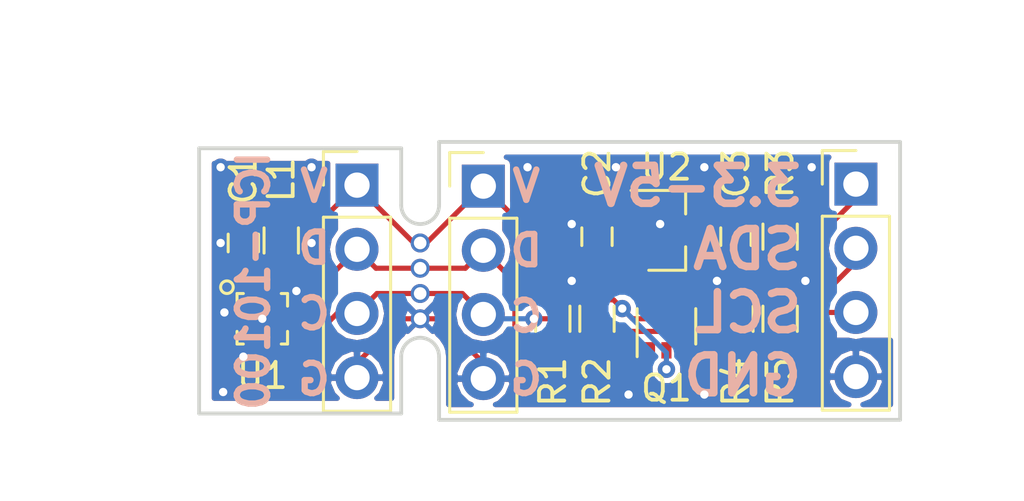
<source format=kicad_pcb>
(kicad_pcb (version 4) (host pcbnew 4.0.7)

  (general
    (links 44)
    (no_connects 0)
    (area 146.674999 107.424999 174.825001 118.575001)
    (thickness 1.6)
    (drawings 30)
    (tracks 199)
    (zones 0)
    (modules 16)
    (nets 10)
  )

  (page A4)
  (layers
    (0 F.Cu signal)
    (31 B.Cu signal)
    (32 B.Adhes user)
    (33 F.Adhes user)
    (34 B.Paste user)
    (35 F.Paste user)
    (36 B.SilkS user)
    (37 F.SilkS user)
    (38 B.Mask user)
    (39 F.Mask user)
    (40 Dwgs.User user)
    (41 Cmts.User user)
    (42 Eco1.User user)
    (43 Eco2.User user)
    (44 Edge.Cuts user)
    (45 Margin user)
    (46 B.CrtYd user)
    (47 F.CrtYd user)
    (48 B.Fab user)
    (49 F.Fab user hide)
  )

  (setup
    (last_trace_width 0.2032)
    (user_trace_width 0.1524)
    (trace_clearance 0.2032)
    (zone_clearance 0.254)
    (zone_45_only yes)
    (trace_min 0.1524)
    (segment_width 0.2)
    (edge_width 0.15)
    (via_size 0.6858)
    (via_drill 0.3302)
    (via_min_size 0.6858)
    (via_min_drill 0.3302)
    (uvia_size 0.6858)
    (uvia_drill 0.3302)
    (uvias_allowed no)
    (uvia_min_size 0)
    (uvia_min_drill 0)
    (pcb_text_width 0.3)
    (pcb_text_size 1.5 1.5)
    (mod_edge_width 0.15)
    (mod_text_size 1 1)
    (mod_text_width 0.15)
    (pad_size 1.524 1.524)
    (pad_drill 0.762)
    (pad_to_mask_clearance 0.0508)
    (aux_axis_origin 0 0)
    (visible_elements 7FFFEFFF)
    (pcbplotparams
      (layerselection 0x010f8_80000001)
      (usegerberextensions false)
      (excludeedgelayer true)
      (linewidth 0.100000)
      (plotframeref false)
      (viasonmask false)
      (mode 1)
      (useauxorigin false)
      (hpglpennumber 1)
      (hpglpenspeed 20)
      (hpglpendiameter 15)
      (hpglpenoverlay 2)
      (psnegative false)
      (psa4output false)
      (plotreference true)
      (plotvalue false)
      (plotinvisibletext false)
      (padsonsilk false)
      (subtractmaskfromsilk false)
      (outputformat 1)
      (mirror false)
      (drillshape 0)
      (scaleselection 1)
      (outputdirectory Gerbers/))
  )

  (net 0 "")
  (net 1 GND)
  (net 2 /VDD18)
  (net 3 "Net-(C3-Pad1)")
  (net 4 /VDD)
  (net 5 /SCL)
  (net 6 /SDA)
  (net 7 /SCL18)
  (net 8 /SDA18)
  (net 9 "Net-(C1-Pad1)")

  (net_class Default "This is the default net class."
    (clearance 0.2032)
    (trace_width 0.2032)
    (via_dia 0.6858)
    (via_drill 0.3302)
    (uvia_dia 0.6858)
    (uvia_drill 0.3302)
    (add_net /SCL)
    (add_net /SCL18)
    (add_net /SDA)
    (add_net /SDA18)
    (add_net /VDD)
    (add_net /VDD18)
    (add_net GND)
    (add_net "Net-(C1-Pad1)")
    (add_net "Net-(C3-Pad1)")
  )

  (module ICP-10100 (layer F.Cu) (tedit 5A9B8F62) (tstamp 5A8279ED)
    (at 149.25 114.5)
    (path /5A823A37)
    (fp_text reference U1 (at 0 2.25 180) (layer F.SilkS)
      (effects (font (size 1 1) (thickness 0.15)))
    )
    (fp_text value ICP-10100 (at 0 -2) (layer F.Fab)
      (effects (font (size 1 1) (thickness 0.15)))
    )
    (fp_circle (center -1.4 -1.25) (end -1.15 -1.25) (layer F.SilkS) (width 0.12))
    (fp_text user REF** (at 0 2.25) (layer F.Fab)
      (effects (font (size 1 1) (thickness 0.15)))
    )
    (fp_line (start 1 1) (end -1 1) (layer F.Fab) (width 0.1))
    (fp_line (start 1 -1) (end 1 1) (layer F.Fab) (width 0.1))
    (fp_line (start -0.75 -1) (end 1 -1) (layer F.Fab) (width 0.1))
    (fp_line (start -1 -0.75) (end -0.75 -1) (layer F.Fab) (width 0.1))
    (fp_line (start -1 1) (end -1 -0.75) (layer F.Fab) (width 0.1))
    (fp_line (start -1.25 1.25) (end -1.25 -1.25) (layer F.CrtYd) (width 0.05))
    (fp_line (start 1.25 1.25) (end -1.25 1.25) (layer F.CrtYd) (width 0.05))
    (fp_line (start 1.25 -1.25) (end 1.25 1.25) (layer F.CrtYd) (width 0.05))
    (fp_line (start -1.25 -1.25) (end 1.25 -1.25) (layer F.CrtYd) (width 0.05))
    (fp_line (start -1 1) (end -0.75 1) (layer F.SilkS) (width 0.12))
    (fp_line (start -1 0.5) (end -1 1) (layer F.SilkS) (width 0.12))
    (fp_line (start 1 1) (end 0.75 1) (layer F.SilkS) (width 0.12))
    (fp_line (start 1 0.5) (end 1 1) (layer F.SilkS) (width 0.12))
    (fp_line (start 1 -1) (end 1 -0.5) (layer F.SilkS) (width 0.12))
    (fp_line (start 0.75 -1) (end 1 -1) (layer F.SilkS) (width 0.12))
    (fp_line (start -1 -1) (end -1 -0.5) (layer F.SilkS) (width 0.12))
    (fp_line (start -0.75 -1) (end -1 -1) (layer F.SilkS) (width 0.12))
    (pad 1 smd rect (at -0.775 -0.25 90) (size 0.28 0.35) (layers F.Cu F.Paste F.Mask)
      (net 1 GND))
    (pad 2 smd rect (at -0.775 0.25 90) (size 0.28 0.35) (layers F.Cu F.Paste F.Mask)
      (net 7 /SCL18))
    (pad 3 smd rect (at -0.5 0.775) (size 0.28 0.35) (layers F.Cu F.Paste F.Mask)
      (net 1 GND))
    (pad 4 smd rect (at 0 0.775) (size 0.28 0.35) (layers F.Cu F.Paste F.Mask)
      (net 8 /SDA18))
    (pad 5 smd rect (at 0.5 0.775) (size 0.28 0.35) (layers F.Cu F.Paste F.Mask)
      (net 9 "Net-(C1-Pad1)"))
    (pad 6 smd rect (at 0.775 0.25 90) (size 0.28 0.35) (layers F.Cu F.Paste F.Mask)
      (net 9 "Net-(C1-Pad1)"))
    (pad 7 smd rect (at 0.775 -0.25 90) (size 0.28 0.35) (layers F.Cu F.Paste F.Mask)
      (net 1 GND))
    (pad 8 smd rect (at 0.5 -0.775 180) (size 0.28 0.35) (layers F.Cu F.Paste F.Mask)
      (net 1 GND))
    (pad 9 smd rect (at 0 -0.775) (size 0.28 0.35) (layers F.Cu F.Paste F.Mask)
      (net 1 GND))
    (pad 10 smd rect (at -0.5 -0.775) (size 0.28 0.35) (layers F.Cu F.Paste F.Mask)
      (net 9 "Net-(C1-Pad1)"))
  )

  (module Capacitors_SMD:C_0603 (layer F.Cu) (tedit 59958EE7) (tstamp 5A824EAD)
    (at 148.5 111.5 90)
    (descr "Capacitor SMD 0603, reflow soldering, AVX (see smccp.pdf)")
    (tags "capacitor 0603")
    (path /5A823B64)
    (attr smd)
    (fp_text reference C1 (at 2.5 0 270) (layer F.SilkS)
      (effects (font (size 1 1) (thickness 0.15)))
    )
    (fp_text value 100nF (at 0 1.5 90) (layer F.Fab)
      (effects (font (size 1 1) (thickness 0.15)))
    )
    (fp_line (start 1.4 0.65) (end -1.4 0.65) (layer F.CrtYd) (width 0.05))
    (fp_line (start 1.4 0.65) (end 1.4 -0.65) (layer F.CrtYd) (width 0.05))
    (fp_line (start -1.4 -0.65) (end -1.4 0.65) (layer F.CrtYd) (width 0.05))
    (fp_line (start -1.4 -0.65) (end 1.4 -0.65) (layer F.CrtYd) (width 0.05))
    (fp_line (start 0.35 0.6) (end -0.35 0.6) (layer F.SilkS) (width 0.12))
    (fp_line (start -0.35 -0.6) (end 0.35 -0.6) (layer F.SilkS) (width 0.12))
    (fp_line (start -0.8 -0.4) (end 0.8 -0.4) (layer F.Fab) (width 0.1))
    (fp_line (start 0.8 -0.4) (end 0.8 0.4) (layer F.Fab) (width 0.1))
    (fp_line (start 0.8 0.4) (end -0.8 0.4) (layer F.Fab) (width 0.1))
    (fp_line (start -0.8 0.4) (end -0.8 -0.4) (layer F.Fab) (width 0.1))
    (fp_text user %R (at 0 0 90) (layer F.Fab)
      (effects (font (size 0.3 0.3) (thickness 0.075)))
    )
    (pad 2 smd rect (at 0.75 0 90) (size 0.8 0.75) (layers F.Cu F.Paste F.Mask)
      (net 1 GND))
    (pad 1 smd rect (at -0.75 0 90) (size 0.8 0.75) (layers F.Cu F.Paste F.Mask)
      (net 9 "Net-(C1-Pad1)"))
    (model Capacitors_SMD.3dshapes/C_0603.wrl
      (at (xyz 0 0 0))
      (scale (xyz 1 1 1))
      (rotate (xyz 0 0 0))
    )
  )

  (module Capacitors_SMD:C_0603 (layer F.Cu) (tedit 59958EE7) (tstamp 5A824EBE)
    (at 162.5 111.25 90)
    (descr "Capacitor SMD 0603, reflow soldering, AVX (see smccp.pdf)")
    (tags "capacitor 0603")
    (path /5A824C7A)
    (attr smd)
    (fp_text reference C2 (at 2.5 0 90) (layer F.SilkS)
      (effects (font (size 1 1) (thickness 0.15)))
    )
    (fp_text value 1uF (at 0 1.5 90) (layer F.Fab)
      (effects (font (size 1 1) (thickness 0.15)))
    )
    (fp_line (start 1.4 0.65) (end -1.4 0.65) (layer F.CrtYd) (width 0.05))
    (fp_line (start 1.4 0.65) (end 1.4 -0.65) (layer F.CrtYd) (width 0.05))
    (fp_line (start -1.4 -0.65) (end -1.4 0.65) (layer F.CrtYd) (width 0.05))
    (fp_line (start -1.4 -0.65) (end 1.4 -0.65) (layer F.CrtYd) (width 0.05))
    (fp_line (start 0.35 0.6) (end -0.35 0.6) (layer F.SilkS) (width 0.12))
    (fp_line (start -0.35 -0.6) (end 0.35 -0.6) (layer F.SilkS) (width 0.12))
    (fp_line (start -0.8 -0.4) (end 0.8 -0.4) (layer F.Fab) (width 0.1))
    (fp_line (start 0.8 -0.4) (end 0.8 0.4) (layer F.Fab) (width 0.1))
    (fp_line (start 0.8 0.4) (end -0.8 0.4) (layer F.Fab) (width 0.1))
    (fp_line (start -0.8 0.4) (end -0.8 -0.4) (layer F.Fab) (width 0.1))
    (fp_text user %R (at 0 0 90) (layer F.Fab)
      (effects (font (size 0.3 0.3) (thickness 0.075)))
    )
    (pad 2 smd rect (at 0.75 0 90) (size 0.8 0.75) (layers F.Cu F.Paste F.Mask)
      (net 1 GND))
    (pad 1 smd rect (at -0.75 0 90) (size 0.8 0.75) (layers F.Cu F.Paste F.Mask)
      (net 2 /VDD18))
    (model Capacitors_SMD.3dshapes/C_0603.wrl
      (at (xyz 0 0 0))
      (scale (xyz 1 1 1))
      (rotate (xyz 0 0 0))
    )
  )

  (module Capacitors_SMD:C_0603 (layer F.Cu) (tedit 59958EE7) (tstamp 5A824ECF)
    (at 168 111.25 90)
    (descr "Capacitor SMD 0603, reflow soldering, AVX (see smccp.pdf)")
    (tags "capacitor 0603")
    (path /5A824D11)
    (attr smd)
    (fp_text reference C3 (at 2.5 0 90) (layer F.SilkS)
      (effects (font (size 1 1) (thickness 0.15)))
    )
    (fp_text value 1uF (at 0 1.5 90) (layer F.Fab)
      (effects (font (size 1 1) (thickness 0.15)))
    )
    (fp_line (start 1.4 0.65) (end -1.4 0.65) (layer F.CrtYd) (width 0.05))
    (fp_line (start 1.4 0.65) (end 1.4 -0.65) (layer F.CrtYd) (width 0.05))
    (fp_line (start -1.4 -0.65) (end -1.4 0.65) (layer F.CrtYd) (width 0.05))
    (fp_line (start -1.4 -0.65) (end 1.4 -0.65) (layer F.CrtYd) (width 0.05))
    (fp_line (start 0.35 0.6) (end -0.35 0.6) (layer F.SilkS) (width 0.12))
    (fp_line (start -0.35 -0.6) (end 0.35 -0.6) (layer F.SilkS) (width 0.12))
    (fp_line (start -0.8 -0.4) (end 0.8 -0.4) (layer F.Fab) (width 0.1))
    (fp_line (start 0.8 -0.4) (end 0.8 0.4) (layer F.Fab) (width 0.1))
    (fp_line (start 0.8 0.4) (end -0.8 0.4) (layer F.Fab) (width 0.1))
    (fp_line (start -0.8 0.4) (end -0.8 -0.4) (layer F.Fab) (width 0.1))
    (fp_text user %R (at 0 0 90) (layer F.Fab)
      (effects (font (size 0.3 0.3) (thickness 0.075)))
    )
    (pad 2 smd rect (at 0.75 0 90) (size 0.8 0.75) (layers F.Cu F.Paste F.Mask)
      (net 1 GND))
    (pad 1 smd rect (at -0.75 0 90) (size 0.8 0.75) (layers F.Cu F.Paste F.Mask)
      (net 3 "Net-(C3-Pad1)"))
    (model Capacitors_SMD.3dshapes/C_0603.wrl
      (at (xyz 0 0 0))
      (scale (xyz 1 1 1))
      (rotate (xyz 0 0 0))
    )
  )

  (module TO_SOT_Packages_SMD:SOT-363_SC-70-6 (layer F.Cu) (tedit 58CE4E7F) (tstamp 5A824EFC)
    (at 165.25 114.8 90)
    (descr "SOT-363, SC-70-6")
    (tags "SOT-363 SC-70-6")
    (path /5A824044)
    (attr smd)
    (fp_text reference Q1 (at -2.45 0 180) (layer F.SilkS)
      (effects (font (size 1 1) (thickness 0.15)))
    )
    (fp_text value UM6K34NTCN (at 0 2 270) (layer F.Fab)
      (effects (font (size 1 1) (thickness 0.15)))
    )
    (fp_text user %R (at 0 0 180) (layer F.Fab)
      (effects (font (size 0.5 0.5) (thickness 0.075)))
    )
    (fp_line (start 0.7 -1.16) (end -1.2 -1.16) (layer F.SilkS) (width 0.12))
    (fp_line (start -0.7 1.16) (end 0.7 1.16) (layer F.SilkS) (width 0.12))
    (fp_line (start 1.6 1.4) (end 1.6 -1.4) (layer F.CrtYd) (width 0.05))
    (fp_line (start -1.6 -1.4) (end -1.6 1.4) (layer F.CrtYd) (width 0.05))
    (fp_line (start -1.6 -1.4) (end 1.6 -1.4) (layer F.CrtYd) (width 0.05))
    (fp_line (start 0.675 -1.1) (end -0.175 -1.1) (layer F.Fab) (width 0.1))
    (fp_line (start -0.675 -0.6) (end -0.675 1.1) (layer F.Fab) (width 0.1))
    (fp_line (start -1.6 1.4) (end 1.6 1.4) (layer F.CrtYd) (width 0.05))
    (fp_line (start 0.675 -1.1) (end 0.675 1.1) (layer F.Fab) (width 0.1))
    (fp_line (start 0.675 1.1) (end -0.675 1.1) (layer F.Fab) (width 0.1))
    (fp_line (start -0.175 -1.1) (end -0.675 -0.6) (layer F.Fab) (width 0.1))
    (pad 1 smd rect (at -0.95 -0.65 90) (size 0.65 0.4) (layers F.Cu F.Paste F.Mask)
      (net 8 /SDA18))
    (pad 3 smd rect (at -0.95 0.65 90) (size 0.65 0.4) (layers F.Cu F.Paste F.Mask)
      (net 5 /SCL))
    (pad 5 smd rect (at 0.95 0 90) (size 0.65 0.4) (layers F.Cu F.Paste F.Mask)
      (net 2 /VDD18))
    (pad 2 smd rect (at -0.95 0 90) (size 0.65 0.4) (layers F.Cu F.Paste F.Mask)
      (net 2 /VDD18))
    (pad 4 smd rect (at 0.95 0.65 90) (size 0.65 0.4) (layers F.Cu F.Paste F.Mask)
      (net 7 /SCL18))
    (pad 6 smd rect (at 0.95 -0.65 90) (size 0.65 0.4) (layers F.Cu F.Paste F.Mask)
      (net 6 /SDA))
    (model ${KISYS3DMOD}/TO_SOT_Packages_SMD.3dshapes/SOT-363_SC-70-6.wrl
      (at (xyz 0 0 0))
      (scale (xyz 1 1 1))
      (rotate (xyz 0 0 0))
    )
  )

  (module Resistors_SMD:R_0603 (layer F.Cu) (tedit 58E0A804) (tstamp 5A824F0D)
    (at 160.75 114.5 270)
    (descr "Resistor SMD 0603, reflow soldering, Vishay (see dcrcw.pdf)")
    (tags "resistor 0603")
    (path /5A824458)
    (attr smd)
    (fp_text reference R1 (at 2.5 0 270) (layer F.SilkS)
      (effects (font (size 1 1) (thickness 0.15)))
    )
    (fp_text value 10K (at 0 1.5 270) (layer F.Fab)
      (effects (font (size 1 1) (thickness 0.15)))
    )
    (fp_text user %R (at 0 0 270) (layer F.Fab)
      (effects (font (size 0.4 0.4) (thickness 0.075)))
    )
    (fp_line (start -0.8 0.4) (end -0.8 -0.4) (layer F.Fab) (width 0.1))
    (fp_line (start 0.8 0.4) (end -0.8 0.4) (layer F.Fab) (width 0.1))
    (fp_line (start 0.8 -0.4) (end 0.8 0.4) (layer F.Fab) (width 0.1))
    (fp_line (start -0.8 -0.4) (end 0.8 -0.4) (layer F.Fab) (width 0.1))
    (fp_line (start 0.5 0.68) (end -0.5 0.68) (layer F.SilkS) (width 0.12))
    (fp_line (start -0.5 -0.68) (end 0.5 -0.68) (layer F.SilkS) (width 0.12))
    (fp_line (start -1.25 -0.7) (end 1.25 -0.7) (layer F.CrtYd) (width 0.05))
    (fp_line (start -1.25 -0.7) (end -1.25 0.7) (layer F.CrtYd) (width 0.05))
    (fp_line (start 1.25 0.7) (end 1.25 -0.7) (layer F.CrtYd) (width 0.05))
    (fp_line (start 1.25 0.7) (end -1.25 0.7) (layer F.CrtYd) (width 0.05))
    (pad 1 smd rect (at -0.75 0 270) (size 0.5 0.9) (layers F.Cu F.Paste F.Mask)
      (net 2 /VDD18))
    (pad 2 smd rect (at 0.75 0 270) (size 0.5 0.9) (layers F.Cu F.Paste F.Mask)
      (net 8 /SDA18))
    (model ${KISYS3DMOD}/Resistors_SMD.3dshapes/R_0603.wrl
      (at (xyz 0 0 0))
      (scale (xyz 1 1 1))
      (rotate (xyz 0 0 0))
    )
  )

  (module Resistors_SMD:R_0603 (layer F.Cu) (tedit 58E0A804) (tstamp 5A824F1E)
    (at 162.5 114.5 270)
    (descr "Resistor SMD 0603, reflow soldering, Vishay (see dcrcw.pdf)")
    (tags "resistor 0603")
    (path /5A824421)
    (attr smd)
    (fp_text reference R2 (at 2.5 0 270) (layer F.SilkS)
      (effects (font (size 1 1) (thickness 0.15)))
    )
    (fp_text value 10K (at 0 1.5 270) (layer F.Fab)
      (effects (font (size 1 1) (thickness 0.15)))
    )
    (fp_text user %R (at 0 0 270) (layer F.Fab)
      (effects (font (size 0.4 0.4) (thickness 0.075)))
    )
    (fp_line (start -0.8 0.4) (end -0.8 -0.4) (layer F.Fab) (width 0.1))
    (fp_line (start 0.8 0.4) (end -0.8 0.4) (layer F.Fab) (width 0.1))
    (fp_line (start 0.8 -0.4) (end 0.8 0.4) (layer F.Fab) (width 0.1))
    (fp_line (start -0.8 -0.4) (end 0.8 -0.4) (layer F.Fab) (width 0.1))
    (fp_line (start 0.5 0.68) (end -0.5 0.68) (layer F.SilkS) (width 0.12))
    (fp_line (start -0.5 -0.68) (end 0.5 -0.68) (layer F.SilkS) (width 0.12))
    (fp_line (start -1.25 -0.7) (end 1.25 -0.7) (layer F.CrtYd) (width 0.05))
    (fp_line (start -1.25 -0.7) (end -1.25 0.7) (layer F.CrtYd) (width 0.05))
    (fp_line (start 1.25 0.7) (end 1.25 -0.7) (layer F.CrtYd) (width 0.05))
    (fp_line (start 1.25 0.7) (end -1.25 0.7) (layer F.CrtYd) (width 0.05))
    (pad 1 smd rect (at -0.75 0 270) (size 0.5 0.9) (layers F.Cu F.Paste F.Mask)
      (net 2 /VDD18))
    (pad 2 smd rect (at 0.75 0 270) (size 0.5 0.9) (layers F.Cu F.Paste F.Mask)
      (net 7 /SCL18))
    (model ${KISYS3DMOD}/Resistors_SMD.3dshapes/R_0603.wrl
      (at (xyz 0 0 0))
      (scale (xyz 1 1 1))
      (rotate (xyz 0 0 0))
    )
  )

  (module Resistors_SMD:R_0603 (layer F.Cu) (tedit 58E0A804) (tstamp 5A824F2F)
    (at 169.75 111.25 90)
    (descr "Resistor SMD 0603, reflow soldering, Vishay (see dcrcw.pdf)")
    (tags "resistor 0603")
    (path /5A824D91)
    (attr smd)
    (fp_text reference R3 (at 2.5 0 90) (layer F.SilkS)
      (effects (font (size 1 1) (thickness 0.15)))
    )
    (fp_text value 1K (at 0 1.5 90) (layer F.Fab)
      (effects (font (size 1 1) (thickness 0.15)))
    )
    (fp_text user %R (at 0 0 90) (layer F.Fab)
      (effects (font (size 0.4 0.4) (thickness 0.075)))
    )
    (fp_line (start -0.8 0.4) (end -0.8 -0.4) (layer F.Fab) (width 0.1))
    (fp_line (start 0.8 0.4) (end -0.8 0.4) (layer F.Fab) (width 0.1))
    (fp_line (start 0.8 -0.4) (end 0.8 0.4) (layer F.Fab) (width 0.1))
    (fp_line (start -0.8 -0.4) (end 0.8 -0.4) (layer F.Fab) (width 0.1))
    (fp_line (start 0.5 0.68) (end -0.5 0.68) (layer F.SilkS) (width 0.12))
    (fp_line (start -0.5 -0.68) (end 0.5 -0.68) (layer F.SilkS) (width 0.12))
    (fp_line (start -1.25 -0.7) (end 1.25 -0.7) (layer F.CrtYd) (width 0.05))
    (fp_line (start -1.25 -0.7) (end -1.25 0.7) (layer F.CrtYd) (width 0.05))
    (fp_line (start 1.25 0.7) (end 1.25 -0.7) (layer F.CrtYd) (width 0.05))
    (fp_line (start 1.25 0.7) (end -1.25 0.7) (layer F.CrtYd) (width 0.05))
    (pad 1 smd rect (at -0.75 0 90) (size 0.5 0.9) (layers F.Cu F.Paste F.Mask)
      (net 4 /VDD))
    (pad 2 smd rect (at 0.75 0 90) (size 0.5 0.9) (layers F.Cu F.Paste F.Mask)
      (net 3 "Net-(C3-Pad1)"))
    (model ${KISYS3DMOD}/Resistors_SMD.3dshapes/R_0603.wrl
      (at (xyz 0 0 0))
      (scale (xyz 1 1 1))
      (rotate (xyz 0 0 0))
    )
  )

  (module Resistors_SMD:R_0603 (layer F.Cu) (tedit 58E0A804) (tstamp 5A824F40)
    (at 168 114.5 270)
    (descr "Resistor SMD 0603, reflow soldering, Vishay (see dcrcw.pdf)")
    (tags "resistor 0603")
    (path /5A8246A0)
    (attr smd)
    (fp_text reference R4 (at 2.5 0 270) (layer F.SilkS)
      (effects (font (size 1 1) (thickness 0.15)))
    )
    (fp_text value 10K (at 0 1.5 270) (layer F.Fab)
      (effects (font (size 1 1) (thickness 0.15)))
    )
    (fp_text user %R (at 0 0 270) (layer F.Fab)
      (effects (font (size 0.4 0.4) (thickness 0.075)))
    )
    (fp_line (start -0.8 0.4) (end -0.8 -0.4) (layer F.Fab) (width 0.1))
    (fp_line (start 0.8 0.4) (end -0.8 0.4) (layer F.Fab) (width 0.1))
    (fp_line (start 0.8 -0.4) (end 0.8 0.4) (layer F.Fab) (width 0.1))
    (fp_line (start -0.8 -0.4) (end 0.8 -0.4) (layer F.Fab) (width 0.1))
    (fp_line (start 0.5 0.68) (end -0.5 0.68) (layer F.SilkS) (width 0.12))
    (fp_line (start -0.5 -0.68) (end 0.5 -0.68) (layer F.SilkS) (width 0.12))
    (fp_line (start -1.25 -0.7) (end 1.25 -0.7) (layer F.CrtYd) (width 0.05))
    (fp_line (start -1.25 -0.7) (end -1.25 0.7) (layer F.CrtYd) (width 0.05))
    (fp_line (start 1.25 0.7) (end 1.25 -0.7) (layer F.CrtYd) (width 0.05))
    (fp_line (start 1.25 0.7) (end -1.25 0.7) (layer F.CrtYd) (width 0.05))
    (pad 1 smd rect (at -0.75 0 270) (size 0.5 0.9) (layers F.Cu F.Paste F.Mask)
      (net 4 /VDD))
    (pad 2 smd rect (at 0.75 0 270) (size 0.5 0.9) (layers F.Cu F.Paste F.Mask)
      (net 6 /SDA))
    (model ${KISYS3DMOD}/Resistors_SMD.3dshapes/R_0603.wrl
      (at (xyz 0 0 0))
      (scale (xyz 1 1 1))
      (rotate (xyz 0 0 0))
    )
  )

  (module Resistors_SMD:R_0603 (layer F.Cu) (tedit 58E0A804) (tstamp 5A824F51)
    (at 169.75 114.5 270)
    (descr "Resistor SMD 0603, reflow soldering, Vishay (see dcrcw.pdf)")
    (tags "resistor 0603")
    (path /5A82469A)
    (attr smd)
    (fp_text reference R5 (at 2.5 0 270) (layer F.SilkS)
      (effects (font (size 1 1) (thickness 0.15)))
    )
    (fp_text value 10K (at 0 1.5 270) (layer F.Fab)
      (effects (font (size 1 1) (thickness 0.15)))
    )
    (fp_text user %R (at 0 0 270) (layer F.Fab)
      (effects (font (size 0.4 0.4) (thickness 0.075)))
    )
    (fp_line (start -0.8 0.4) (end -0.8 -0.4) (layer F.Fab) (width 0.1))
    (fp_line (start 0.8 0.4) (end -0.8 0.4) (layer F.Fab) (width 0.1))
    (fp_line (start 0.8 -0.4) (end 0.8 0.4) (layer F.Fab) (width 0.1))
    (fp_line (start -0.8 -0.4) (end 0.8 -0.4) (layer F.Fab) (width 0.1))
    (fp_line (start 0.5 0.68) (end -0.5 0.68) (layer F.SilkS) (width 0.12))
    (fp_line (start -0.5 -0.68) (end 0.5 -0.68) (layer F.SilkS) (width 0.12))
    (fp_line (start -1.25 -0.7) (end 1.25 -0.7) (layer F.CrtYd) (width 0.05))
    (fp_line (start -1.25 -0.7) (end -1.25 0.7) (layer F.CrtYd) (width 0.05))
    (fp_line (start 1.25 0.7) (end 1.25 -0.7) (layer F.CrtYd) (width 0.05))
    (fp_line (start 1.25 0.7) (end -1.25 0.7) (layer F.CrtYd) (width 0.05))
    (pad 1 smd rect (at -0.75 0 270) (size 0.5 0.9) (layers F.Cu F.Paste F.Mask)
      (net 4 /VDD))
    (pad 2 smd rect (at 0.75 0 270) (size 0.5 0.9) (layers F.Cu F.Paste F.Mask)
      (net 5 /SCL))
    (model ${KISYS3DMOD}/Resistors_SMD.3dshapes/R_0603.wrl
      (at (xyz 0 0 0))
      (scale (xyz 1 1 1))
      (rotate (xyz 0 0 0))
    )
  )

  (module TO_SOT_Packages_SMD:SOT-23 (layer F.Cu) (tedit 58CE4E7E) (tstamp 5A824F66)
    (at 165.25 111)
    (descr "SOT-23, Standard")
    (tags SOT-23)
    (path /5A8248FC)
    (attr smd)
    (fp_text reference U2 (at 0 -2.5) (layer F.SilkS)
      (effects (font (size 1 1) (thickness 0.15)))
    )
    (fp_text value AP7313R (at 0 2.5) (layer F.Fab)
      (effects (font (size 1 1) (thickness 0.15)))
    )
    (fp_text user %R (at 0 0 90) (layer F.Fab)
      (effects (font (size 0.5 0.5) (thickness 0.075)))
    )
    (fp_line (start -0.7 -0.95) (end -0.7 1.5) (layer F.Fab) (width 0.1))
    (fp_line (start -0.15 -1.52) (end 0.7 -1.52) (layer F.Fab) (width 0.1))
    (fp_line (start -0.7 -0.95) (end -0.15 -1.52) (layer F.Fab) (width 0.1))
    (fp_line (start 0.7 -1.52) (end 0.7 1.52) (layer F.Fab) (width 0.1))
    (fp_line (start -0.7 1.52) (end 0.7 1.52) (layer F.Fab) (width 0.1))
    (fp_line (start 0.76 1.58) (end 0.76 0.65) (layer F.SilkS) (width 0.12))
    (fp_line (start 0.76 -1.58) (end 0.76 -0.65) (layer F.SilkS) (width 0.12))
    (fp_line (start -1.7 -1.75) (end 1.7 -1.75) (layer F.CrtYd) (width 0.05))
    (fp_line (start 1.7 -1.75) (end 1.7 1.75) (layer F.CrtYd) (width 0.05))
    (fp_line (start 1.7 1.75) (end -1.7 1.75) (layer F.CrtYd) (width 0.05))
    (fp_line (start -1.7 1.75) (end -1.7 -1.75) (layer F.CrtYd) (width 0.05))
    (fp_line (start 0.76 -1.58) (end -1.4 -1.58) (layer F.SilkS) (width 0.12))
    (fp_line (start 0.76 1.58) (end -0.7 1.58) (layer F.SilkS) (width 0.12))
    (pad 1 smd rect (at -1 -0.95) (size 0.9 0.8) (layers F.Cu F.Paste F.Mask)
      (net 1 GND))
    (pad 2 smd rect (at -1 0.95) (size 0.9 0.8) (layers F.Cu F.Paste F.Mask)
      (net 2 /VDD18))
    (pad 3 smd rect (at 1 0) (size 0.9 0.8) (layers F.Cu F.Paste F.Mask)
      (net 3 "Net-(C3-Pad1)"))
    (model ${KISYS3DMOD}/TO_SOT_Packages_SMD.3dshapes/SOT-23.wrl
      (at (xyz 0 0 0))
      (scale (xyz 1 1 1))
      (rotate (xyz 0 0 0))
    )
  )

  (module Pin_Headers:Pin_Header_Straight_1x04_Pitch2.54mm (layer F.Cu) (tedit 5A82557A) (tstamp 5A824EE6)
    (at 172.75 109.17)
    (descr "Through hole straight pin header, 1x04, 2.54mm pitch, single row")
    (tags "Through hole pin header THT 1x04 2.54mm single row")
    (path /5A8259B9)
    (fp_text reference J1 (at 0 -2.33) (layer F.SilkS) hide
      (effects (font (size 1 1) (thickness 0.15)))
    )
    (fp_text value Conn_01x04 (at 0 9.95) (layer F.Fab)
      (effects (font (size 1 1) (thickness 0.15)))
    )
    (fp_line (start -0.635 -1.27) (end 1.27 -1.27) (layer F.Fab) (width 0.1))
    (fp_line (start 1.27 -1.27) (end 1.27 8.89) (layer F.Fab) (width 0.1))
    (fp_line (start 1.27 8.89) (end -1.27 8.89) (layer F.Fab) (width 0.1))
    (fp_line (start -1.27 8.89) (end -1.27 -0.635) (layer F.Fab) (width 0.1))
    (fp_line (start -1.27 -0.635) (end -0.635 -1.27) (layer F.Fab) (width 0.1))
    (fp_line (start -1.33 8.95) (end 1.33 8.95) (layer F.SilkS) (width 0.12))
    (fp_line (start -1.33 1.27) (end -1.33 8.95) (layer F.SilkS) (width 0.12))
    (fp_line (start 1.33 1.27) (end 1.33 8.95) (layer F.SilkS) (width 0.12))
    (fp_line (start -1.33 1.27) (end 1.33 1.27) (layer F.SilkS) (width 0.12))
    (fp_line (start -1.33 0) (end -1.33 -1.33) (layer F.SilkS) (width 0.12))
    (fp_line (start -1.33 -1.33) (end 0 -1.33) (layer F.SilkS) (width 0.12))
    (fp_line (start -1.8 -1.8) (end -1.8 9.4) (layer F.CrtYd) (width 0.05))
    (fp_line (start -1.8 9.4) (end 1.8 9.4) (layer F.CrtYd) (width 0.05))
    (fp_line (start 1.8 9.4) (end 1.8 -1.8) (layer F.CrtYd) (width 0.05))
    (fp_line (start 1.8 -1.8) (end -1.8 -1.8) (layer F.CrtYd) (width 0.05))
    (fp_text user %R (at 0 3.81 90) (layer F.Fab)
      (effects (font (size 1 1) (thickness 0.15)))
    )
    (pad 1 thru_hole rect (at 0 0) (size 1.7 1.7) (drill 1) (layers *.Cu *.Mask)
      (net 4 /VDD))
    (pad 2 thru_hole oval (at 0 2.54) (size 1.7 1.7) (drill 1) (layers *.Cu *.Mask)
      (net 6 /SDA))
    (pad 3 thru_hole oval (at 0 5.08) (size 1.7 1.7) (drill 1) (layers *.Cu *.Mask)
      (net 5 /SCL))
    (pad 4 thru_hole oval (at 0 7.62) (size 1.7 1.7) (drill 1) (layers *.Cu *.Mask)
      (net 1 GND))
  )

  (module Resistors_SMD:R_0603 (layer F.Cu) (tedit 58E0A804) (tstamp 5A827C7D)
    (at 150 111.4 90)
    (descr "Resistor SMD 0603, reflow soldering, Vishay (see dcrcw.pdf)")
    (tags "resistor 0603")
    (path /5A827627)
    (attr smd)
    (fp_text reference L1 (at 2.4 0 270) (layer F.SilkS)
      (effects (font (size 1 1) (thickness 0.15)))
    )
    (fp_text value Ferrite (at 0 1.5 90) (layer F.Fab)
      (effects (font (size 1 1) (thickness 0.15)))
    )
    (fp_text user %R (at 0 0 90) (layer F.Fab)
      (effects (font (size 0.4 0.4) (thickness 0.075)))
    )
    (fp_line (start -0.8 0.4) (end -0.8 -0.4) (layer F.Fab) (width 0.1))
    (fp_line (start 0.8 0.4) (end -0.8 0.4) (layer F.Fab) (width 0.1))
    (fp_line (start 0.8 -0.4) (end 0.8 0.4) (layer F.Fab) (width 0.1))
    (fp_line (start -0.8 -0.4) (end 0.8 -0.4) (layer F.Fab) (width 0.1))
    (fp_line (start 0.5 0.68) (end -0.5 0.68) (layer F.SilkS) (width 0.12))
    (fp_line (start -0.5 -0.68) (end 0.5 -0.68) (layer F.SilkS) (width 0.12))
    (fp_line (start -1.25 -0.7) (end 1.25 -0.7) (layer F.CrtYd) (width 0.05))
    (fp_line (start -1.25 -0.7) (end -1.25 0.7) (layer F.CrtYd) (width 0.05))
    (fp_line (start 1.25 0.7) (end 1.25 -0.7) (layer F.CrtYd) (width 0.05))
    (fp_line (start 1.25 0.7) (end -1.25 0.7) (layer F.CrtYd) (width 0.05))
    (pad 1 smd rect (at -0.75 0 90) (size 0.5 0.9) (layers F.Cu F.Paste F.Mask)
      (net 9 "Net-(C1-Pad1)"))
    (pad 2 smd rect (at 0.75 0 90) (size 0.5 0.9) (layers F.Cu F.Paste F.Mask)
      (net 2 /VDD18))
    (model ${KISYS3DMOD}/Resistors_SMD.3dshapes/R_0603.wrl
      (at (xyz 0 0 0))
      (scale (xyz 1 1 1))
      (rotate (xyz 0 0 0))
    )
  )

  (module Pin_Headers:Pin_Header_Straight_1x04_Pitch2.54mm (layer F.Cu) (tedit 5A9767A8) (tstamp 5A963E88)
    (at 158 109.25)
    (descr "Through hole straight pin header, 1x04, 2.54mm pitch, single row")
    (tags "Through hole pin header THT 1x04 2.54mm single row")
    (path /5A963E14)
    (fp_text reference J2 (at 0 -2.33) (layer F.SilkS) hide
      (effects (font (size 1 1) (thickness 0.15)))
    )
    (fp_text value Conn_01x04 (at 0 9.95) (layer F.Fab)
      (effects (font (size 1 1) (thickness 0.15)))
    )
    (fp_line (start -0.635 -1.27) (end 1.27 -1.27) (layer F.Fab) (width 0.1))
    (fp_line (start 1.27 -1.27) (end 1.27 8.89) (layer F.Fab) (width 0.1))
    (fp_line (start 1.27 8.89) (end -1.27 8.89) (layer F.Fab) (width 0.1))
    (fp_line (start -1.27 8.89) (end -1.27 -0.635) (layer F.Fab) (width 0.1))
    (fp_line (start -1.27 -0.635) (end -0.635 -1.27) (layer F.Fab) (width 0.1))
    (fp_line (start -1.33 8.95) (end 1.33 8.95) (layer F.SilkS) (width 0.12))
    (fp_line (start -1.33 1.27) (end -1.33 8.95) (layer F.SilkS) (width 0.12))
    (fp_line (start 1.33 1.27) (end 1.33 8.95) (layer F.SilkS) (width 0.12))
    (fp_line (start -1.33 1.27) (end 1.33 1.27) (layer F.SilkS) (width 0.12))
    (fp_line (start -1.33 0) (end -1.33 -1.33) (layer F.SilkS) (width 0.12))
    (fp_line (start -1.33 -1.33) (end 0 -1.33) (layer F.SilkS) (width 0.12))
    (fp_line (start -1.8 -1.8) (end -1.8 9.4) (layer F.CrtYd) (width 0.05))
    (fp_line (start -1.8 9.4) (end 1.8 9.4) (layer F.CrtYd) (width 0.05))
    (fp_line (start 1.8 9.4) (end 1.8 -1.8) (layer F.CrtYd) (width 0.05))
    (fp_line (start 1.8 -1.8) (end -1.8 -1.8) (layer F.CrtYd) (width 0.05))
    (fp_text user %R (at 0 3.81 90) (layer F.Fab)
      (effects (font (size 1 1) (thickness 0.15)))
    )
    (pad 1 thru_hole rect (at 0 0) (size 1.7 1.7) (drill 1) (layers *.Cu *.Mask)
      (net 2 /VDD18))
    (pad 2 thru_hole oval (at 0 2.54) (size 1.7 1.7) (drill 1) (layers *.Cu *.Mask)
      (net 8 /SDA18))
    (pad 3 thru_hole oval (at 0 5.08) (size 1.7 1.7) (drill 1) (layers *.Cu *.Mask)
      (net 7 /SCL18))
    (pad 4 thru_hole oval (at 0 7.62) (size 1.7 1.7) (drill 1) (layers *.Cu *.Mask)
      (net 1 GND))
  )

  (module Pin_Headers:Pin_Header_Straight_1x04_Pitch2.54mm (layer F.Cu) (tedit 5A9767A1) (tstamp 5A963EA0)
    (at 153 109.21)
    (descr "Through hole straight pin header, 1x04, 2.54mm pitch, single row")
    (tags "Through hole pin header THT 1x04 2.54mm single row")
    (path /5A963DB9)
    (fp_text reference J3 (at 0 -2.33) (layer F.SilkS) hide
      (effects (font (size 1 1) (thickness 0.15)))
    )
    (fp_text value Conn_01x04 (at 0 9.95) (layer F.Fab)
      (effects (font (size 1 1) (thickness 0.15)))
    )
    (fp_line (start -0.635 -1.27) (end 1.27 -1.27) (layer F.Fab) (width 0.1))
    (fp_line (start 1.27 -1.27) (end 1.27 8.89) (layer F.Fab) (width 0.1))
    (fp_line (start 1.27 8.89) (end -1.27 8.89) (layer F.Fab) (width 0.1))
    (fp_line (start -1.27 8.89) (end -1.27 -0.635) (layer F.Fab) (width 0.1))
    (fp_line (start -1.27 -0.635) (end -0.635 -1.27) (layer F.Fab) (width 0.1))
    (fp_line (start -1.33 8.95) (end 1.33 8.95) (layer F.SilkS) (width 0.12))
    (fp_line (start -1.33 1.27) (end -1.33 8.95) (layer F.SilkS) (width 0.12))
    (fp_line (start 1.33 1.27) (end 1.33 8.95) (layer F.SilkS) (width 0.12))
    (fp_line (start -1.33 1.27) (end 1.33 1.27) (layer F.SilkS) (width 0.12))
    (fp_line (start -1.33 0) (end -1.33 -1.33) (layer F.SilkS) (width 0.12))
    (fp_line (start -1.33 -1.33) (end 0 -1.33) (layer F.SilkS) (width 0.12))
    (fp_line (start -1.8 -1.8) (end -1.8 9.4) (layer F.CrtYd) (width 0.05))
    (fp_line (start -1.8 9.4) (end 1.8 9.4) (layer F.CrtYd) (width 0.05))
    (fp_line (start 1.8 9.4) (end 1.8 -1.8) (layer F.CrtYd) (width 0.05))
    (fp_line (start 1.8 -1.8) (end -1.8 -1.8) (layer F.CrtYd) (width 0.05))
    (fp_text user %R (at 0 3.81 90) (layer F.Fab)
      (effects (font (size 1 1) (thickness 0.15)))
    )
    (pad 1 thru_hole rect (at 0 0) (size 1.7 1.7) (drill 1) (layers *.Cu *.Mask)
      (net 2 /VDD18))
    (pad 2 thru_hole oval (at 0 2.54) (size 1.7 1.7) (drill 1) (layers *.Cu *.Mask)
      (net 8 /SDA18))
    (pad 3 thru_hole oval (at 0 5.08) (size 1.7 1.7) (drill 1) (layers *.Cu *.Mask)
      (net 7 /SCL18))
    (pad 4 thru_hole oval (at 0 7.62) (size 1.7 1.7) (drill 1) (layers *.Cu *.Mask)
      (net 1 GND))
  )

  (module footprints:Bites (layer F.Cu) (tedit 5A9767B0) (tstamp 5A96422D)
    (at 155.5 113 270)
    (path /5A964E22)
    (fp_text reference J4 (at 3.25 0 270) (layer F.SilkS) hide
      (effects (font (size 1 1) (thickness 0.15)))
    )
    (fp_text value Conn_01x04 (at 0 -1.25 270) (layer F.Fab)
      (effects (font (size 1 1) (thickness 0.15)))
    )
    (pad 1 thru_hole circle (at -1.5 0 270) (size 0.75 0.75) (drill 0.5) (layers *.Cu *.Mask)
      (net 2 /VDD18))
    (pad 2 thru_hole circle (at -0.5 0 270) (size 0.75 0.75) (drill 0.5) (layers *.Cu *.Mask)
      (net 8 /SDA18))
    (pad 3 thru_hole circle (at 0.5 0 270) (size 0.75 0.75) (drill 0.5) (layers *.Cu *.Mask)
      (net 7 /SCL18))
    (pad 4 thru_hole circle (at 1.5 0 270) (size 0.75 0.75) (drill 0.5) (layers *.Cu *.Mask)
      (net 1 GND))
  )

  (dimension 18.25 (width 0.3) (layer Dwgs.User)
    (gr_text "18.25 mm" (at 165.375 103.734598) (layer Dwgs.User)
      (effects (font (size 1.5 1.5) (thickness 0.3)))
    )
    (feature1 (pts (xy 174.5 107.084598) (xy 174.5 102.384598)))
    (feature2 (pts (xy 156.25 107.084598) (xy 156.25 102.384598)))
    (crossbar (pts (xy 156.25 105.084598) (xy 174.5 105.084598)))
    (arrow1a (pts (xy 174.5 105.084598) (xy 173.373496 105.671019)))
    (arrow1b (pts (xy 174.5 105.084598) (xy 173.373496 104.498177)))
    (arrow2a (pts (xy 156.25 105.084598) (xy 157.376504 105.671019)))
    (arrow2b (pts (xy 156.25 105.084598) (xy 157.376504 104.498177)))
  )
  (dimension 8 (width 0.25) (layer Dwgs.User)
    (gr_text "8.0 mm" (at 150.75 103.9) (layer Dwgs.User)
      (effects (font (size 1.2 1.2) (thickness 0.25)))
    )
    (feature1 (pts (xy 154.75 107.25) (xy 154.75 102.55)))
    (feature2 (pts (xy 146.75 107.25) (xy 146.75 102.55)))
    (crossbar (pts (xy 146.75 105.25) (xy 154.75 105.25)))
    (arrow1a (pts (xy 154.75 105.25) (xy 153.623496 105.836421)))
    (arrow1b (pts (xy 154.75 105.25) (xy 153.623496 104.663579)))
    (arrow2a (pts (xy 146.75 105.25) (xy 147.876504 105.836421)))
    (arrow2b (pts (xy 146.75 105.25) (xy 147.876504 104.663579)))
  )
  (dimension 10.5 (width 0.25) (layer Dwgs.User)
    (gr_text "10.50 mm" (at 143.65 113 270) (layer Dwgs.User)
      (effects (font (size 1.2 1.2) (thickness 0.25)))
    )
    (feature1 (pts (xy 146.25 118.25) (xy 142.3 118.25)))
    (feature2 (pts (xy 146.25 107.75) (xy 142.3 107.75)))
    (crossbar (pts (xy 145 107.75) (xy 145 118.25)))
    (arrow1a (pts (xy 145 118.25) (xy 144.413579 117.123496)))
    (arrow1b (pts (xy 145 118.25) (xy 145.586421 117.123496)))
    (arrow2a (pts (xy 145 107.75) (xy 144.413579 108.876504)))
    (arrow2b (pts (xy 145 107.75) (xy 145.586421 108.876504)))
  )
  (gr_text G (at 151.3 116.9) (layer B.SilkS) (tstamp 5A9B97DE)
    (effects (font (size 1.2 1.2) (thickness 0.25)) (justify mirror))
  )
  (gr_text C (at 151.3 114.3) (layer B.SilkS) (tstamp 5A9B97CE)
    (effects (font (size 1.2 1.2) (thickness 0.25)) (justify mirror))
  )
  (gr_text D (at 151.3 111.7) (layer B.SilkS) (tstamp 5A9B97AC)
    (effects (font (size 1.2 1.2) (thickness 0.25)) (justify mirror))
  )
  (gr_text V (at 151.3 109.25) (layer B.SilkS) (tstamp 5A9B979B)
    (effects (font (size 1.2 1.2) (thickness 0.25)) (justify mirror))
  )
  (gr_text G (at 159.7 116.9) (layer B.SilkS)
    (effects (font (size 1.2 1.2) (thickness 0.25)) (justify mirror))
  )
  (gr_text C (at 159.7 114.4) (layer B.SilkS)
    (effects (font (size 1.2 1.2) (thickness 0.25)) (justify mirror))
  )
  (gr_text D (at 159.7 111.8) (layer B.SilkS)
    (effects (font (size 1.2 1.2) (thickness 0.25)) (justify mirror))
  )
  (gr_text V (at 159.7 109.25) (layer B.SilkS)
    (effects (font (size 1.2 1.2) (thickness 0.25)) (justify mirror))
  )
  (dimension 27.75 (width 0.3) (layer Dwgs.User)
    (gr_text "27.75 mm" (at 160.625 122.35) (layer Dwgs.User)
      (effects (font (size 1.5 1.5) (thickness 0.3)))
    )
    (feature1 (pts (xy 174.5 119) (xy 174.5 123.7)))
    (feature2 (pts (xy 146.75 119) (xy 146.75 123.7)))
    (crossbar (pts (xy 146.75 121) (xy 174.5 121)))
    (arrow1a (pts (xy 174.5 121) (xy 173.373496 121.586421)))
    (arrow1b (pts (xy 174.5 121) (xy 173.373496 120.413579)))
    (arrow2a (pts (xy 146.75 121) (xy 147.876504 121.586421)))
    (arrow2b (pts (xy 146.75 121) (xy 147.876504 120.413579)))
  )
  (dimension 11 (width 0.25) (layer Dwgs.User)
    (gr_text "11.00 mm" (at 177.530734 113 270) (layer Dwgs.User)
      (effects (font (size 1.2 1.2) (thickness 0.25)))
    )
    (feature1 (pts (xy 174.930734 118.5) (xy 178.880734 118.5)))
    (feature2 (pts (xy 174.930734 107.5) (xy 178.880734 107.5)))
    (crossbar (pts (xy 176.180734 107.5) (xy 176.180734 118.5)))
    (arrow1a (pts (xy 176.180734 118.5) (xy 175.594313 117.373496)))
    (arrow1b (pts (xy 176.180734 118.5) (xy 176.767155 117.373496)))
    (arrow2a (pts (xy 176.180734 107.5) (xy 175.594313 108.626504)))
    (arrow2b (pts (xy 176.180734 107.5) (xy 176.767155 108.626504)))
  )
  (gr_line (start 156.25 107.5) (end 174.5 107.5) (layer Edge.Cuts) (width 0.15))
  (gr_line (start 154.75 118.25) (end 146.75 118.25) (layer Edge.Cuts) (width 0.15))
  (gr_line (start 154.75 107.75) (end 146.75 107.75) (layer Edge.Cuts) (width 0.15))
  (gr_line (start 154.75 110) (end 154.75 107.75) (layer Edge.Cuts) (width 0.15))
  (gr_line (start 156.25 110) (end 156.25 107.5) (layer Edge.Cuts) (width 0.15))
  (gr_arc (start 155.5 110) (end 156.25 110) (angle 180) (layer Edge.Cuts) (width 0.15))
  (gr_arc (start 155.5 116) (end 154.75 116) (angle 180) (layer Edge.Cuts) (width 0.15))
  (gr_line (start 156.25 118.5) (end 156.25 116) (layer Edge.Cuts) (width 0.15))
  (gr_line (start 154.75 116) (end 154.75 118.25) (layer Edge.Cuts) (width 0.15))
  (gr_line (start 146.75 118.25) (end 146.75 107.75) (layer Edge.Cuts) (width 0.15))
  (gr_text ICP-10100 (at 148.9 113 90) (layer B.SilkS)
    (effects (font (size 1.2 1.2) (thickness 0.25)) (justify mirror))
  )
  (gr_text GND (at 170.75 116.75) (layer B.SilkS)
    (effects (font (size 1.5 1.5) (thickness 0.3)) (justify left mirror))
  )
  (gr_text SCL (at 170.75 114.25) (layer B.SilkS)
    (effects (font (size 1.5 1.5) (thickness 0.3)) (justify left mirror))
  )
  (gr_text SDA (at 170.75 111.75) (layer B.SilkS)
    (effects (font (size 1.5 1.5) (thickness 0.3)) (justify left mirror))
  )
  (gr_text 3.3-5V (at 170.75 109.25) (layer B.SilkS)
    (effects (font (size 1.5 1.5) (thickness 0.3)) (justify left mirror))
  )
  (gr_line (start 174.5 118.5) (end 156.25 118.5) (layer Edge.Cuts) (width 0.15))
  (gr_line (start 174.5 107.5) (end 174.5 118.5) (layer Edge.Cuts) (width 0.15))

  (via (at 151.2 111.5) (size 0.6858) (drill 0.3302) (layers F.Cu B.Cu) (net 1))
  (segment (start 151.2 111.5) (end 149.225 111.5) (width 0.2032) (layer F.Cu) (net 1))
  (segment (start 149.225 111.5) (end 148.5 110.775) (width 0.2032) (layer F.Cu) (net 1))
  (segment (start 148.5 110.775) (end 148.5 110.75) (width 0.2032) (layer F.Cu) (net 1))
  (segment (start 153 116.25) (end 154.75 114.5) (width 0.2032) (layer F.Cu) (net 1))
  (segment (start 154.75 114.5) (end 155.5 114.5) (width 0.2032) (layer F.Cu) (net 1))
  (segment (start 153 116.83) (end 153 116.25) (width 0.2032) (layer F.Cu) (net 1))
  (segment (start 158 116.25) (end 156.25 114.5) (width 0.2032) (layer F.Cu) (net 1))
  (segment (start 156.25 114.5) (end 155.5 114.5) (width 0.2032) (layer F.Cu) (net 1))
  (segment (start 158 116.87) (end 158 116.25) (width 0.2032) (layer F.Cu) (net 1))
  (segment (start 163.75 117.5) (end 166.75 117.5) (width 0.2032) (layer F.Cu) (net 1))
  (via (at 166.75 117.5) (size 0.6858) (drill 0.3302) (layers F.Cu B.Cu) (net 1))
  (segment (start 158 116.87) (end 163.12 116.87) (width 0.2032) (layer B.Cu) (net 1))
  (segment (start 163.12 116.87) (end 163.75 117.5) (width 0.2032) (layer B.Cu) (net 1))
  (via (at 163.75 117.5) (size 0.6858) (drill 0.3302) (layers F.Cu B.Cu) (net 1))
  (segment (start 161.749982 110.5) (end 161.5 110.749982) (width 0.2032) (layer F.Cu) (net 1))
  (segment (start 162.5 110.5) (end 161.749982 110.5) (width 0.2032) (layer F.Cu) (net 1))
  (segment (start 161.5 113) (end 161.5 110.749982) (width 0.2032) (layer B.Cu) (net 1))
  (via (at 161.5 110.749982) (size 0.6858) (drill 0.3302) (layers F.Cu B.Cu) (net 1))
  (segment (start 163.25 108.5) (end 159.75 108.5) (width 0.2032) (layer F.Cu) (net 1))
  (via (at 159.75 108.5) (size 0.6858) (drill 0.3302) (layers F.Cu B.Cu) (net 1))
  (segment (start 166.75 108.5) (end 163.25 108.5) (width 0.2032) (layer B.Cu) (net 1))
  (via (at 163.25 108.5) (size 0.6858) (drill 0.3302) (layers F.Cu B.Cu) (net 1))
  (segment (start 171 108.5) (end 166.75 108.5) (width 0.2032) (layer F.Cu) (net 1))
  (via (at 166.75 108.5) (size 0.6858) (drill 0.3302) (layers F.Cu B.Cu) (net 1))
  (segment (start 170.998642 110.5) (end 170.998642 108.501358) (width 0.2032) (layer F.Cu) (net 1))
  (segment (start 170.998642 108.501358) (end 171 108.5) (width 0.2032) (layer F.Cu) (net 1))
  (via (at 171 108.5) (size 0.6858) (drill 0.3302) (layers F.Cu B.Cu) (net 1))
  (segment (start 169.25 111.25) (end 170.248642 111.25) (width 0.2032) (layer F.Cu) (net 1))
  (segment (start 170.248642 111.25) (end 170.998642 110.5) (width 0.2032) (layer F.Cu) (net 1))
  (segment (start 165 110.75) (end 165.749998 111.499998) (width 0.2032) (layer B.Cu) (net 1))
  (segment (start 165.749998 111.499998) (end 167.25 113) (width 0.2032) (layer B.Cu) (net 1))
  (segment (start 164.3 110.05) (end 165 110.75) (width 0.2032) (layer F.Cu) (net 1))
  (via (at 165 110.75) (size 0.6858) (drill 0.3302) (layers F.Cu B.Cu) (net 1))
  (segment (start 164.25 110.05) (end 164.3 110.05) (width 0.2032) (layer F.Cu) (net 1))
  (segment (start 147.6 108.5) (end 151.2 108.5) (width 0.2032) (layer B.Cu) (net 1))
  (via (at 151.2 108.5) (size 0.6858) (drill 0.3302) (layers F.Cu B.Cu) (net 1))
  (segment (start 147.6 111.5) (end 147.6 108.5) (width 0.2032) (layer F.Cu) (net 1))
  (via (at 147.6 108.5) (size 0.6858) (drill 0.3302) (layers F.Cu B.Cu) (net 1))
  (segment (start 147.75 114.25) (end 147.75 111.65) (width 0.2032) (layer B.Cu) (net 1))
  (segment (start 147.75 111.65) (end 147.6 111.5) (width 0.2032) (layer B.Cu) (net 1))
  (via (at 147.6 111.5) (size 0.6858) (drill 0.3302) (layers F.Cu B.Cu) (net 1))
  (segment (start 153 116.83) (end 148.27 116.83) (width 0.2032) (layer B.Cu) (net 1))
  (segment (start 148.27 116.83) (end 147.7 117.4) (width 0.2032) (layer B.Cu) (net 1))
  (via (at 147.7 117.4) (size 0.6858) (drill 0.3302) (layers F.Cu B.Cu) (net 1))
  (segment (start 150.025 113.775) (end 150.225 113.775) (width 0.2032) (layer F.Cu) (net 1))
  (segment (start 150.225 113.775) (end 150.6 113.4) (width 0.2032) (layer F.Cu) (net 1))
  (via (at 150.6 113.4) (size 0.6858) (drill 0.3302) (layers F.Cu B.Cu) (net 1))
  (segment (start 149.75 113.725) (end 150.025 113.725) (width 0.2032) (layer F.Cu) (net 1))
  (segment (start 149.975 113.725) (end 150.025 113.775) (width 0.2032) (layer F.Cu) (net 1))
  (segment (start 150.025 113.775) (end 150.025 114.25) (width 0.2032) (layer F.Cu) (net 1))
  (segment (start 149.75 113.725) (end 149.975 113.725) (width 0.2032) (layer F.Cu) (net 1))
  (segment (start 155.5 114.5) (end 155 114) (width 0.2032) (layer B.Cu) (net 1))
  (segment (start 156 114) (end 155.5 114.5) (width 0.2032) (layer B.Cu) (net 1))
  (segment (start 155.5 114.5) (end 155.75 114.75) (width 0.2032) (layer B.Cu) (net 1))
  (segment (start 156 115) (end 155.75 114.75) (width 0.2032) (layer B.Cu) (net 1))
  (segment (start 155 115) (end 155.5 114.5) (width 0.2032) (layer B.Cu) (net 1))
  (segment (start 155.5 114.5) (end 156 115) (width 0.2032) (layer F.Cu) (net 1))
  (segment (start 155.5 114.5) (end 155 115) (width 0.2032) (layer F.Cu) (net 1))
  (segment (start 155.5 114.5) (end 155.25 114.25) (width 0.2032) (layer F.Cu) (net 1))
  (segment (start 155 114) (end 155.25 114.25) (width 0.2032) (layer F.Cu) (net 1))
  (segment (start 156 114) (end 155.5 114.5) (width 0.2032) (layer F.Cu) (net 1))
  (via (at 148.5 116) (size 0.6858) (drill 0.3302) (layers F.Cu B.Cu) (net 1))
  (via (at 147.75 114.25) (size 0.6858) (drill 0.3302) (layers F.Cu B.Cu) (net 1))
  (via (at 149.25 114.5) (size 0.6858) (drill 0.3302) (layers F.Cu B.Cu) (net 1))
  (segment (start 148.75 115.275) (end 148.75 115.75) (width 0.2032) (layer F.Cu) (net 1))
  (segment (start 148.75 115.75) (end 148.5 116) (width 0.2032) (layer F.Cu) (net 1))
  (segment (start 148.475 114.25) (end 147.75 114.25) (width 0.2032) (layer F.Cu) (net 1))
  (segment (start 149.75 113.725) (end 149.75 113.69) (width 0.2032) (layer F.Cu) (net 1))
  (segment (start 150.025 114.25) (end 149.5 114.25) (width 0.2032) (layer F.Cu) (net 1))
  (segment (start 149.5 114.25) (end 149.25 114.5) (width 0.2032) (layer F.Cu) (net 1))
  (segment (start 149.25 113.725) (end 149.25 114.5) (width 0.2032) (layer F.Cu) (net 1))
  (segment (start 149.25 113.725) (end 149.25 113.69) (width 0.2032) (layer F.Cu) (net 1))
  (segment (start 149.25 113.725) (end 149.75 113.725) (width 0.2032) (layer F.Cu) (net 1))
  (segment (start 168.75 111.75) (end 169.25 111.25) (width 0.2032) (layer F.Cu) (net 1))
  (segment (start 168.75 112.75) (end 168.75 111.75) (width 0.2032) (layer F.Cu) (net 1))
  (segment (start 168.5 113) (end 168.75 112.75) (width 0.2032) (layer F.Cu) (net 1))
  (segment (start 167.25 113) (end 168.5 113) (width 0.2032) (layer F.Cu) (net 1))
  (segment (start 167.25 113) (end 170.75 113) (width 0.2032) (layer B.Cu) (net 1))
  (via (at 170.75 113) (size 0.6858) (drill 0.3302) (layers F.Cu B.Cu) (net 1))
  (via (at 167.25 113) (size 0.6858) (drill 0.3302) (layers F.Cu B.Cu) (net 1))
  (via (at 161.5 113) (size 0.6858) (drill 0.3302) (layers F.Cu B.Cu) (net 1))
  (segment (start 164.25 110.05) (end 164.25 109.75) (width 0.2032) (layer F.Cu) (net 1))
  (segment (start 158 109.25) (end 155.75 111.5) (width 0.2032) (layer F.Cu) (net 2))
  (segment (start 155.75 111.5) (end 155.5 111.5) (width 0.2032) (layer F.Cu) (net 2))
  (segment (start 153 109.25) (end 155.25 111.5) (width 0.2032) (layer F.Cu) (net 2))
  (segment (start 155.25 111.5) (end 155.5 111.5) (width 0.2032) (layer F.Cu) (net 2))
  (segment (start 153 109.21) (end 153 109.75) (width 0.2032) (layer F.Cu) (net 2))
  (segment (start 150 110.65) (end 151.55 110.65) (width 0.2032) (layer F.Cu) (net 2))
  (segment (start 151.55 110.65) (end 152.99 109.21) (width 0.2032) (layer F.Cu) (net 2))
  (segment (start 152.99 109.21) (end 153 109.21) (width 0.2032) (layer F.Cu) (net 2))
  (segment (start 158 109.25) (end 160.75 112) (width 0.2032) (layer F.Cu) (net 2))
  (segment (start 160.75 112) (end 160.8032 112) (width 0.2032) (layer F.Cu) (net 2))
  (segment (start 160.8032 112) (end 162.5 112) (width 0.2032) (layer F.Cu) (net 2))
  (segment (start 153 109.21) (end 153 109.25) (width 0.2032) (layer F.Cu) (net 2))
  (segment (start 163.9032 114.5) (end 163.5 114.0968) (width 0.2032) (layer F.Cu) (net 2))
  (segment (start 163.5 114.0968) (end 163.1532 113.75) (width 0.2032) (layer F.Cu) (net 2))
  (segment (start 165.25 116.5) (end 165.25 115.8468) (width 0.2032) (layer B.Cu) (net 2))
  (segment (start 165.25 115.8468) (end 163.5 114.0968) (width 0.2032) (layer B.Cu) (net 2))
  (via (at 163.5 114.0968) (size 0.6858) (drill 0.3302) (layers F.Cu B.Cu) (net 2))
  (segment (start 165.25 115.75) (end 165.25 116.5) (width 0.2032) (layer F.Cu) (net 2))
  (via (at 165.25 116.5) (size 0.6858) (drill 0.3302) (layers F.Cu B.Cu) (net 2))
  (segment (start 165.1282 114.5) (end 163.9032 114.5) (width 0.2032) (layer F.Cu) (net 2))
  (segment (start 163.1532 113.75) (end 162.5 113.75) (width 0.2032) (layer F.Cu) (net 2))
  (segment (start 165.25 113.85) (end 165.25 114.3782) (width 0.2032) (layer F.Cu) (net 2))
  (segment (start 165.25 114.3782) (end 165.1282 114.5) (width 0.2032) (layer F.Cu) (net 2))
  (segment (start 162.5 112) (end 164.2 112) (width 0.2032) (layer F.Cu) (net 2))
  (segment (start 164.2 112) (end 164.25 111.95) (width 0.2032) (layer F.Cu) (net 2))
  (segment (start 162.5 113.75) (end 162.5 112) (width 0.2032) (layer F.Cu) (net 2))
  (segment (start 160.75 113.75) (end 162.5 113.75) (width 0.2032) (layer F.Cu) (net 2))
  (segment (start 169.42525 110.5) (end 169.75 110.5) (width 0.2032) (layer F.Cu) (net 3))
  (segment (start 168 111.92525) (end 169.42525 110.5) (width 0.2032) (layer F.Cu) (net 3))
  (segment (start 168 112) (end 168 111.92525) (width 0.2032) (layer F.Cu) (net 3))
  (segment (start 167.25 112) (end 166.25 111) (width 0.2032) (layer F.Cu) (net 3))
  (segment (start 168 112) (end 167.25 112) (width 0.2032) (layer F.Cu) (net 3))
  (segment (start 169.75 112) (end 170.5 112) (width 0.2032) (layer F.Cu) (net 4))
  (segment (start 170.5 112) (end 172.75 109.75) (width 0.2032) (layer F.Cu) (net 4))
  (segment (start 172.75 109.75) (end 172.75 109.17) (width 0.2032) (layer F.Cu) (net 4))
  (segment (start 169.75 113.75) (end 169.75 112) (width 0.2032) (layer F.Cu) (net 4))
  (segment (start 168 113.75) (end 169.75 113.75) (width 0.2032) (layer F.Cu) (net 4))
  (segment (start 170.5 115.25) (end 171.5 114.25) (width 0.2032) (layer F.Cu) (net 5))
  (segment (start 171.5 114.25) (end 172.75 114.25) (width 0.2032) (layer F.Cu) (net 5))
  (segment (start 169.75 115.25) (end 170.5 115.25) (width 0.2032) (layer F.Cu) (net 5))
  (segment (start 165.9 115.75) (end 166.75 115.75) (width 0.2032) (layer F.Cu) (net 5))
  (segment (start 166.75 115.75) (end 167 116) (width 0.2032) (layer F.Cu) (net 5))
  (segment (start 167 116) (end 168.8 116) (width 0.2032) (layer F.Cu) (net 5))
  (segment (start 168.8 116) (end 169.55 115.25) (width 0.2032) (layer F.Cu) (net 5))
  (segment (start 169.55 115.25) (end 169.75 115.25) (width 0.2032) (layer F.Cu) (net 5))
  (segment (start 168 115.25) (end 168.2 115.25) (width 0.2032) (layer F.Cu) (net 6))
  (segment (start 168.2 115.25) (end 168.95 114.5) (width 0.2032) (layer F.Cu) (net 6))
  (segment (start 168.95 114.5) (end 170.5 114.5) (width 0.2032) (layer F.Cu) (net 6))
  (segment (start 170.5 114.5) (end 172.75 112.25) (width 0.2032) (layer F.Cu) (net 6))
  (segment (start 172.75 112.25) (end 172.75 111.71) (width 0.2032) (layer F.Cu) (net 6))
  (segment (start 166.75 113.5) (end 166.75 114.2) (width 0.2032) (layer F.Cu) (net 6))
  (segment (start 166.75 114.2) (end 167.8 115.25) (width 0.2032) (layer F.Cu) (net 6))
  (segment (start 167.8 115.25) (end 168 115.25) (width 0.2032) (layer F.Cu) (net 6))
  (segment (start 166.25 113) (end 166.75 113.5) (width 0.2032) (layer F.Cu) (net 6))
  (segment (start 164.9218 113) (end 166.25 113) (width 0.2032) (layer F.Cu) (net 6))
  (segment (start 164.6 113.85) (end 164.6 113.3218) (width 0.2032) (layer F.Cu) (net 6))
  (segment (start 164.6 113.3218) (end 164.9218 113) (width 0.2032) (layer F.Cu) (net 6))
  (segment (start 155.5 113.5) (end 157.17 113.5) (width 0.2032) (layer F.Cu) (net 7))
  (segment (start 157.17 113.5) (end 158 114.33) (width 0.2032) (layer F.Cu) (net 7))
  (segment (start 155.5 113.5) (end 153.79 113.5) (width 0.2032) (layer F.Cu) (net 7))
  (segment (start 153.79 113.5) (end 153 114.29) (width 0.2032) (layer F.Cu) (net 7))
  (segment (start 160 114.5) (end 158.17 114.5) (width 0.2032) (layer B.Cu) (net 7))
  (segment (start 158.17 114.5) (end 158 114.33) (width 0.2032) (layer B.Cu) (net 7))
  (segment (start 161.55 114.5) (end 160 114.5) (width 0.2032) (layer F.Cu) (net 7))
  (via (at 160 114.5) (size 0.6858) (drill 0.3302) (layers F.Cu B.Cu) (net 7))
  (segment (start 148.475 114.75) (end 148.44 114.75) (width 0.2032) (layer F.Cu) (net 7))
  (segment (start 148.44 114.75) (end 147.852298 115.337702) (width 0.2032) (layer F.Cu) (net 7))
  (segment (start 147.852298 115.337702) (end 147.852298 116.310898) (width 0.2032) (layer F.Cu) (net 7))
  (segment (start 147.852298 116.310898) (end 148.2914 116.75) (width 0.2032) (layer F.Cu) (net 7))
  (segment (start 149.75 116.75) (end 152.21 114.29) (width 0.2032) (layer F.Cu) (net 7))
  (segment (start 148.2914 116.75) (end 149.75 116.75) (width 0.2032) (layer F.Cu) (net 7))
  (segment (start 152.21 114.29) (end 153 114.29) (width 0.2032) (layer F.Cu) (net 7))
  (segment (start 153 114.29) (end 153 114.25) (width 0.2032) (layer F.Cu) (net 7))
  (segment (start 165.5 115) (end 165.9 114.6) (width 0.2032) (layer F.Cu) (net 7))
  (segment (start 165.9 114.6) (end 165.9 113.85) (width 0.2032) (layer F.Cu) (net 7))
  (segment (start 163.4032 115) (end 165.5 115) (width 0.2032) (layer F.Cu) (net 7))
  (segment (start 162.5 115.25) (end 163.1532 115.25) (width 0.2032) (layer F.Cu) (net 7))
  (segment (start 163.1532 115.25) (end 163.4032 115) (width 0.2032) (layer F.Cu) (net 7))
  (segment (start 161.55 114.5) (end 162.3 115.25) (width 0.2032) (layer F.Cu) (net 7))
  (segment (start 162.3 115.25) (end 162.5 115.25) (width 0.2032) (layer F.Cu) (net 7))
  (segment (start 155.5 112.5) (end 157.29 112.5) (width 0.2032) (layer F.Cu) (net 8))
  (segment (start 157.29 112.5) (end 158 111.79) (width 0.2032) (layer F.Cu) (net 8))
  (segment (start 155.5 112.5) (end 153.75 112.5) (width 0.2032) (layer F.Cu) (net 8))
  (segment (start 153.75 112.5) (end 153 111.75) (width 0.2032) (layer F.Cu) (net 8))
  (segment (start 151.654113 113.095887) (end 152.150001 112.599999) (width 0.2032) (layer F.Cu) (net 8))
  (segment (start 149.5968 116) (end 149.82475 116) (width 0.2032) (layer F.Cu) (net 8))
  (segment (start 152.150001 112.599999) (end 153 111.75) (width 0.2032) (layer F.Cu) (net 8))
  (segment (start 151.654113 114.170637) (end 151.654113 113.095887) (width 0.2032) (layer F.Cu) (net 8))
  (segment (start 149.25 115.6532) (end 149.5968 116) (width 0.2032) (layer F.Cu) (net 8))
  (segment (start 149.82475 116) (end 151.654113 114.170637) (width 0.2032) (layer F.Cu) (net 8))
  (segment (start 149.25 115.275) (end 149.25 115.6532) (width 0.2032) (layer F.Cu) (net 8))
  (segment (start 160.75 115.25) (end 159.75 115.25) (width 0.2032) (layer F.Cu) (net 8))
  (segment (start 159.75 115.25) (end 159.25 114.75) (width 0.2032) (layer F.Cu) (net 8))
  (segment (start 159.25 114.75) (end 159.25 113.04) (width 0.2032) (layer F.Cu) (net 8))
  (segment (start 159.25 113.04) (end 158.849999 112.639999) (width 0.2032) (layer F.Cu) (net 8))
  (segment (start 158.849999 112.639999) (end 158 111.79) (width 0.2032) (layer F.Cu) (net 8))
  (segment (start 163.9468 116) (end 161.7 116) (width 0.2032) (layer F.Cu) (net 8))
  (segment (start 161.7 116) (end 160.95 115.25) (width 0.2032) (layer F.Cu) (net 8))
  (segment (start 160.95 115.25) (end 160.75 115.25) (width 0.2032) (layer F.Cu) (net 8))
  (segment (start 164.6 115.75) (end 164.1968 115.75) (width 0.2032) (layer F.Cu) (net 8))
  (segment (start 164.1968 115.75) (end 163.9468 116) (width 0.2032) (layer F.Cu) (net 8))
  (segment (start 150.4032 114.75) (end 150.025 114.75) (width 0.2032) (layer F.Cu) (net 9))
  (segment (start 151.247702 113.089102) (end 151.247702 113.905498) (width 0.2032) (layer F.Cu) (net 9))
  (segment (start 149.247702 112.752298) (end 150.910898 112.752298) (width 0.2032) (layer F.Cu) (net 9))
  (segment (start 151.247702 113.905498) (end 150.4032 114.75) (width 0.2032) (layer F.Cu) (net 9))
  (segment (start 148.75 113.25) (end 149.247702 112.752298) (width 0.2032) (layer F.Cu) (net 9))
  (segment (start 150.910898 112.752298) (end 151.247702 113.089102) (width 0.2032) (layer F.Cu) (net 9))
  (segment (start 148.5 112.25) (end 149.9 112.25) (width 0.2032) (layer F.Cu) (net 9))
  (segment (start 149.9 112.25) (end 150 112.15) (width 0.2032) (layer F.Cu) (net 9))
  (segment (start 148.75 113.25) (end 148.754801 113.245199) (width 0.2032) (layer F.Cu) (net 9))
  (segment (start 148.525 112.25) (end 148.5 112.25) (width 0.2032) (layer F.Cu) (net 9))
  (segment (start 148.75 113.725) (end 148.75 113.25) (width 0.2032) (layer F.Cu) (net 9))
  (segment (start 148.75 113.25) (end 148.5 113) (width 0.2032) (layer F.Cu) (net 9))
  (segment (start 148.5 113) (end 148.5 112.25) (width 0.2032) (layer F.Cu) (net 9))
  (segment (start 149.75 115.025) (end 150.025 114.75) (width 0.2032) (layer F.Cu) (net 9))
  (segment (start 149.75 115.275) (end 149.75 115.025) (width 0.2032) (layer F.Cu) (net 9))

  (zone (net 1) (net_name GND) (layer F.Cu) (tstamp 0) (hatch edge 0.508)
    (connect_pads (clearance 0.2032))
    (min_thickness 0.2032)
    (fill yes (arc_segments 16) (thermal_gap 0.2032) (thermal_bridge_width 0.254))
    (polygon
      (pts
        (xy 147.25 108.25) (xy 152.25 108.25) (xy 152.25 113.5) (xy 158.75 113.5) (xy 158.75 108)
        (xy 172 108) (xy 172 115.25) (xy 174.25 115.25) (xy 174.25 118) (xy 156.5 118)
        (xy 156.5 115.75) (xy 156 115) (xy 155 115) (xy 154.5 115.75) (xy 154.5 117.75)
        (xy 147.25 117.75)
      )
    )
    (filled_polygon
      (pts
        (xy 151.839229 108.36) (xy 151.839229 109.786035) (xy 151.381664 110.2436) (xy 150.71156 110.2436) (xy 150.672763 110.183308)
        (xy 150.570907 110.113713) (xy 150.45 110.089229) (xy 149.55 110.089229) (xy 149.437048 110.110482) (xy 149.333308 110.177237)
        (xy 149.263713 110.279093) (xy 149.239229 110.4) (xy 149.239229 110.9) (xy 149.260482 111.012952) (xy 149.327237 111.116692)
        (xy 149.429093 111.186287) (xy 149.55 111.210771) (xy 150.45 111.210771) (xy 150.562952 111.189518) (xy 150.666692 111.122763)
        (xy 150.712036 111.0564) (xy 151.55 111.0564) (xy 151.705523 111.025465) (xy 151.837368 110.937368) (xy 152.1484 110.626336)
        (xy 152.1484 110.952004) (xy 151.91048 111.308077) (xy 151.822576 111.75) (xy 151.91048 112.191923) (xy 151.939664 112.2356)
        (xy 151.862636 112.312628) (xy 151.862633 112.31263) (xy 151.4543 112.720964) (xy 151.198266 112.46493) (xy 151.157017 112.437368)
        (xy 151.066421 112.376833) (xy 150.910898 112.345898) (xy 150.760771 112.345898) (xy 150.760771 111.9) (xy 150.739518 111.787048)
        (xy 150.672763 111.683308) (xy 150.570907 111.613713) (xy 150.45 111.589229) (xy 149.55 111.589229) (xy 149.437048 111.610482)
        (xy 149.333308 111.677237) (xy 149.263713 111.779093) (xy 149.25065 111.8436) (xy 149.184567 111.8436) (xy 149.164518 111.737048)
        (xy 149.097763 111.633308) (xy 148.995907 111.563713) (xy 148.875 111.539229) (xy 148.125 111.539229) (xy 148.012048 111.560482)
        (xy 147.908308 111.627237) (xy 147.838713 111.729093) (xy 147.814229 111.85) (xy 147.814229 112.65) (xy 147.835482 112.762952)
        (xy 147.902237 112.866692) (xy 148.004093 112.936287) (xy 148.0936 112.954412) (xy 148.0936 113) (xy 148.124535 113.155523)
        (xy 148.180466 113.239229) (xy 148.212632 113.287368) (xy 148.336152 113.410888) (xy 148.323713 113.429093) (xy 148.299229 113.55)
        (xy 148.299229 113.8052) (xy 148.239371 113.8052) (xy 148.127344 113.851603) (xy 148.041603 113.937345) (xy 147.9952 114.049372)
        (xy 147.9952 114.1484) (xy 148.0714 114.2246) (xy 148.4496 114.2246) (xy 148.4496 114.2046) (xy 148.5004 114.2046)
        (xy 148.5004 114.2246) (xy 148.8786 114.2246) (xy 148.892992 114.210208) (xy 149.002952 114.189518) (xy 149.006683 114.187117)
        (xy 149.049372 114.2048) (xy 149.1484 114.2048) (xy 149.2246 114.1286) (xy 149.2246 113.7504) (xy 149.2046 113.7504)
        (xy 149.2046 113.6996) (xy 149.2246 113.6996) (xy 149.2246 113.6796) (xy 149.2754 113.6796) (xy 149.2754 113.6996)
        (xy 149.7246 113.6996) (xy 149.7246 113.3214) (xy 149.7754 113.3214) (xy 149.7754 113.6996) (xy 150.1186 113.6996)
        (xy 150.1948 113.6234) (xy 150.1948 113.489371) (xy 150.148397 113.377344) (xy 150.062655 113.291603) (xy 149.950628 113.2452)
        (xy 149.8516 113.2452) (xy 149.7754 113.3214) (xy 149.7246 113.3214) (xy 149.6484 113.2452) (xy 149.549372 113.2452)
        (xy 149.5 113.265651) (xy 149.450628 113.2452) (xy 149.3516 113.2452) (xy 149.275402 113.321398) (xy 149.275402 113.299334)
        (xy 149.416038 113.158698) (xy 150.742562 113.158698) (xy 150.841302 113.257438) (xy 150.841302 113.737162) (xy 150.5048 114.073664)
        (xy 150.5048 114.049372) (xy 150.458397 113.937345) (xy 150.372656 113.851603) (xy 150.260629 113.8052) (xy 150.1734 113.8052)
        (xy 150.1186 113.7504) (xy 149.7754 113.7504) (xy 149.7754 113.7704) (xy 149.7246 113.7704) (xy 149.7246 113.7504)
        (xy 149.2754 113.7504) (xy 149.2754 114.1286) (xy 149.3516 114.2048) (xy 149.450628 114.2048) (xy 149.5 114.184349)
        (xy 149.549372 114.2048) (xy 149.6016 114.2048) (xy 149.6214 114.2246) (xy 149.9996 114.2246) (xy 149.9996 114.2046)
        (xy 150.0504 114.2046) (xy 150.0504 114.2246) (xy 150.0704 114.2246) (xy 150.0704 114.2754) (xy 150.0504 114.2754)
        (xy 150.0504 114.2954) (xy 149.9996 114.2954) (xy 149.9996 114.2754) (xy 149.6214 114.2754) (xy 149.5452 114.3516)
        (xy 149.5452 114.450628) (xy 149.562866 114.493277) (xy 149.539229 114.61) (xy 149.539229 114.661035) (xy 149.462632 114.737632)
        (xy 149.423608 114.796035) (xy 149.39 114.789229) (xy 149.11 114.789229) (xy 148.997048 114.810482) (xy 148.993317 114.812883)
        (xy 148.960771 114.799401) (xy 148.960771 114.61) (xy 148.939518 114.497048) (xy 148.937117 114.493317) (xy 148.9548 114.450628)
        (xy 148.9548 114.3516) (xy 148.8786 114.2754) (xy 148.5004 114.2754) (xy 148.5004 114.2954) (xy 148.4496 114.2954)
        (xy 148.4496 114.2754) (xy 148.0714 114.2754) (xy 147.9952 114.3516) (xy 147.9952 114.450628) (xy 148.012866 114.493277)
        (xy 147.989229 114.61) (xy 147.989229 114.626035) (xy 147.56493 115.050334) (xy 147.476833 115.182179) (xy 147.445898 115.337702)
        (xy 147.445898 116.310898) (xy 147.476833 116.466421) (xy 147.529459 116.54518) (xy 147.56493 116.598266) (xy 148.004032 117.037368)
        (xy 148.135877 117.125465) (xy 148.2914 117.1564) (xy 149.75 117.1564) (xy 149.905523 117.125465) (xy 150.037368 117.037368)
        (xy 150.45043 116.624306) (xy 151.863667 116.624306) (xy 151.921699 116.8046) (xy 152.9746 116.8046) (xy 152.9746 115.751677)
        (xy 153.0254 115.751677) (xy 153.0254 116.8046) (xy 154.078301 116.8046) (xy 154.136333 116.624306) (xy 154.128553 116.58518)
        (xy 153.948958 116.171937) (xy 153.624893 115.858879) (xy 153.205694 115.693665) (xy 153.0254 115.751677) (xy 152.9746 115.751677)
        (xy 152.794306 115.693665) (xy 152.375107 115.858879) (xy 152.051042 116.171937) (xy 151.871447 116.58518) (xy 151.863667 116.624306)
        (xy 150.45043 116.624306) (xy 152.083648 114.991088) (xy 152.160809 115.106567) (xy 152.535453 115.356896) (xy 152.977376 115.4448)
        (xy 153.022624 115.4448) (xy 153.464547 115.356896) (xy 153.839191 115.106567) (xy 154.08952 114.731923) (xy 154.177424 114.29)
        (xy 154.101121 113.9064) (xy 154.945147 113.9064) (xy 155.082633 114.044126) (xy 155.082103 114.046182) (xy 155.5 114.464079)
        (xy 155.917897 114.046182) (xy 155.917322 114.04395) (xy 156.055113 113.9064) (xy 156.906835 113.9064) (xy 156.822576 114.33)
        (xy 156.91048 114.771923) (xy 157.160809 115.146567) (xy 157.535453 115.396896) (xy 157.977376 115.4848) (xy 158.022624 115.4848)
        (xy 158.464547 115.396896) (xy 158.839191 115.146567) (xy 158.937394 114.999596) (xy 158.962632 115.037368) (xy 159.462632 115.537368)
        (xy 159.594477 115.625465) (xy 159.75 115.6564) (xy 160.03844 115.6564) (xy 160.077237 115.716692) (xy 160.179093 115.786287)
        (xy 160.3 115.810771) (xy 160.936035 115.810771) (xy 161.412632 116.287368) (xy 161.544477 116.375465) (xy 161.7 116.4064)
        (xy 163.9468 116.4064) (xy 164.102323 116.375465) (xy 164.202185 116.308738) (xy 164.279093 116.361287) (xy 164.4 116.385771)
        (xy 164.6024 116.385771) (xy 164.602188 116.62827) (xy 164.700587 116.866413) (xy 164.882628 117.048773) (xy 165.120599 117.147587)
        (xy 165.37827 117.147812) (xy 165.616413 117.049413) (xy 165.798773 116.867372) (xy 165.897587 116.629401) (xy 165.897626 116.584306)
        (xy 171.613667 116.584306) (xy 171.671699 116.7646) (xy 172.7246 116.7646) (xy 172.7246 115.711677) (xy 172.7754 115.711677)
        (xy 172.7754 116.7646) (xy 173.828301 116.7646) (xy 173.886333 116.584306) (xy 173.878553 116.54518) (xy 173.698958 116.131937)
        (xy 173.374893 115.818879) (xy 172.955694 115.653665) (xy 172.7754 115.711677) (xy 172.7246 115.711677) (xy 172.544306 115.653665)
        (xy 172.125107 115.818879) (xy 171.801042 116.131937) (xy 171.621447 116.54518) (xy 171.613667 116.584306) (xy 165.897626 116.584306)
        (xy 165.8978 116.385771) (xy 166.1 116.385771) (xy 166.212952 116.364518) (xy 166.316692 116.297763) (xy 166.386287 116.195907)
        (xy 166.394287 116.1564) (xy 166.581664 116.1564) (xy 166.712632 116.287368) (xy 166.844477 116.375465) (xy 167 116.4064)
        (xy 168.8 116.4064) (xy 168.955523 116.375465) (xy 169.087368 116.287368) (xy 169.563965 115.810771) (xy 170.2 115.810771)
        (xy 170.312952 115.789518) (xy 170.416692 115.722763) (xy 170.462036 115.6564) (xy 170.5 115.6564) (xy 170.655523 115.625465)
        (xy 170.787368 115.537368) (xy 171.65589 114.668847) (xy 171.66048 114.691923) (xy 171.8984 115.047996) (xy 171.8984 115.25)
        (xy 171.906405 115.289528) (xy 171.929157 115.322828) (xy 171.963073 115.344652) (xy 172 115.3516) (xy 172.459922 115.3516)
        (xy 172.727376 115.4048) (xy 172.772624 115.4048) (xy 173.040078 115.3516) (xy 174.1202 115.3516) (xy 174.1202 117.8984)
        (xy 173.026574 117.8984) (xy 173.374893 117.761121) (xy 173.698958 117.448063) (xy 173.878553 117.03482) (xy 173.886333 116.995694)
        (xy 173.828301 116.8154) (xy 172.7754 116.8154) (xy 172.7754 116.8354) (xy 172.7246 116.8354) (xy 172.7246 116.8154)
        (xy 171.671699 116.8154) (xy 171.613667 116.995694) (xy 171.621447 117.03482) (xy 171.801042 117.448063) (xy 172.125107 117.761121)
        (xy 172.473426 117.8984) (xy 158.479558 117.8984) (xy 158.624893 117.841121) (xy 158.948958 117.528063) (xy 159.128553 117.11482)
        (xy 159.136333 117.075694) (xy 159.078301 116.8954) (xy 158.0254 116.8954) (xy 158.0254 116.9154) (xy 157.9746 116.9154)
        (xy 157.9746 116.8954) (xy 156.921699 116.8954) (xy 156.863667 117.075694) (xy 156.871447 117.11482) (xy 157.051042 117.528063)
        (xy 157.375107 117.841121) (xy 157.520442 117.8984) (xy 156.6298 117.8984) (xy 156.6298 116.664306) (xy 156.863667 116.664306)
        (xy 156.921699 116.8446) (xy 157.9746 116.8446) (xy 157.9746 115.791677) (xy 158.0254 115.791677) (xy 158.0254 116.8446)
        (xy 159.078301 116.8446) (xy 159.136333 116.664306) (xy 159.128553 116.62518) (xy 158.948958 116.211937) (xy 158.624893 115.898879)
        (xy 158.205694 115.733665) (xy 158.0254 115.791677) (xy 157.9746 115.791677) (xy 157.794306 115.733665) (xy 157.375107 115.898879)
        (xy 157.051042 116.211937) (xy 156.871447 116.62518) (xy 156.863667 116.664306) (xy 156.6298 116.664306) (xy 156.6298 116)
        (xy 156.622502 115.963311) (xy 156.622502 115.925905) (xy 156.6016 115.820823) (xy 156.6016 115.75) (xy 156.584536 115.693642)
        (xy 156.572801 115.67604) (xy 156.565412 115.638892) (xy 156.52601 115.543766) (xy 156.508702 115.50198) (xy 156.346122 115.258664)
        (xy 156.241336 115.153878) (xy 156.211325 115.133825) (xy 156.084536 114.943642) (xy 156.05595 114.915193) (xy 156.013608 114.902484)
        (xy 156.075297 114.886582) (xy 156.179444 114.636998) (xy 156.180151 114.366558) (xy 156.077312 114.116433) (xy 156.075297 114.113418)
        (xy 155.953818 114.082103) (xy 155.535921 114.5) (xy 155.550064 114.514143) (xy 155.514143 114.550064) (xy 155.5 114.535921)
        (xy 155.485858 114.550064) (xy 155.449937 114.514143) (xy 155.464079 114.5) (xy 155.046182 114.082103) (xy 154.924703 114.113418)
        (xy 154.820556 114.363002) (xy 154.819849 114.633442) (xy 154.922688 114.883567) (xy 154.924703 114.886582) (xy 154.983506 114.90174)
        (xy 154.960472 114.906405) (xy 154.915464 114.943642) (xy 154.788675 115.133825) (xy 154.758664 115.153878) (xy 154.653878 115.258664)
        (xy 154.491298 115.501981) (xy 154.434588 115.638891) (xy 154.434588 115.638892) (xy 154.427199 115.67604) (xy 154.415464 115.693642)
        (xy 154.3984 115.75) (xy 154.3984 115.820823) (xy 154.377498 115.925905) (xy 154.377498 115.963311) (xy 154.3702 116)
        (xy 154.3702 117.6484) (xy 153.782984 117.6484) (xy 153.948958 117.488063) (xy 154.128553 117.07482) (xy 154.136333 117.035694)
        (xy 154.078301 116.8554) (xy 153.0254 116.8554) (xy 153.0254 116.8754) (xy 152.9746 116.8754) (xy 152.9746 116.8554)
        (xy 151.921699 116.8554) (xy 151.863667 117.035694) (xy 151.871447 117.07482) (xy 152.051042 117.488063) (xy 152.217016 117.6484)
        (xy 147.3516 117.6484) (xy 147.3516 110.8516) (xy 147.8202 110.8516) (xy 147.8202 111.210628) (xy 147.866603 111.322655)
        (xy 147.952344 111.408397) (xy 148.064371 111.4548) (xy 148.3984 111.4548) (xy 148.4746 111.3786) (xy 148.4746 110.7754)
        (xy 148.5254 110.7754) (xy 148.5254 111.3786) (xy 148.6016 111.4548) (xy 148.935629 111.4548) (xy 149.047656 111.408397)
        (xy 149.133397 111.322655) (xy 149.1798 111.210628) (xy 149.1798 110.8516) (xy 149.1036 110.7754) (xy 148.5254 110.7754)
        (xy 148.4746 110.7754) (xy 147.8964 110.7754) (xy 147.8202 110.8516) (xy 147.3516 110.8516) (xy 147.3516 110.289372)
        (xy 147.8202 110.289372) (xy 147.8202 110.6484) (xy 147.8964 110.7246) (xy 148.4746 110.7246) (xy 148.4746 110.1214)
        (xy 148.5254 110.1214) (xy 148.5254 110.7246) (xy 149.1036 110.7246) (xy 149.1798 110.6484) (xy 149.1798 110.289372)
        (xy 149.133397 110.177345) (xy 149.047656 110.091603) (xy 148.935629 110.0452) (xy 148.6016 110.0452) (xy 148.5254 110.1214)
        (xy 148.4746 110.1214) (xy 148.3984 110.0452) (xy 148.064371 110.0452) (xy 147.952344 110.091603) (xy 147.866603 110.177345)
        (xy 147.8202 110.289372) (xy 147.3516 110.289372) (xy 147.3516 108.3516) (xy 151.84093 108.3516)
      )
    )
    (filled_polygon
      (pts
        (xy 148.7754 115.2496) (xy 148.7954 115.2496) (xy 148.7954 115.3004) (xy 148.7754 115.3004) (xy 148.7754 115.6786)
        (xy 148.8516 115.7548) (xy 148.863809 115.7548) (xy 148.874535 115.808723) (xy 148.951556 115.923992) (xy 148.962632 115.940568)
        (xy 149.309432 116.287368) (xy 149.393588 116.3436) (xy 148.459736 116.3436) (xy 148.258698 116.142562) (xy 148.258698 115.506038)
        (xy 148.3052 115.459536) (xy 148.3052 115.510629) (xy 148.351603 115.622656) (xy 148.437345 115.708397) (xy 148.549372 115.7548)
        (xy 148.6484 115.7548) (xy 148.7246 115.6786) (xy 148.7246 115.3004) (xy 148.7046 115.3004) (xy 148.7046 115.2496)
        (xy 148.7246 115.2496) (xy 148.7246 115.2296) (xy 148.7754 115.2296)
      )
    )
    (filled_polygon
      (pts
        (xy 171.613713 108.199093) (xy 171.589229 108.32) (xy 171.589229 110.02) (xy 171.610482 110.132952) (xy 171.677237 110.236692)
        (xy 171.683971 110.241293) (xy 170.404461 111.520803) (xy 170.320907 111.463713) (xy 170.2 111.439229) (xy 169.3 111.439229)
        (xy 169.187048 111.460482) (xy 169.083308 111.527237) (xy 169.013713 111.629093) (xy 168.989229 111.75) (xy 168.989229 112.25)
        (xy 169.010482 112.362952) (xy 169.077237 112.466692) (xy 169.179093 112.536287) (xy 169.3 112.560771) (xy 169.3436 112.560771)
        (xy 169.3436 113.189229) (xy 169.3 113.189229) (xy 169.187048 113.210482) (xy 169.083308 113.277237) (xy 169.037964 113.3436)
        (xy 168.71156 113.3436) (xy 168.672763 113.283308) (xy 168.570907 113.213713) (xy 168.45 113.189229) (xy 167.55 113.189229)
        (xy 167.437048 113.210482) (xy 167.333308 113.277237) (xy 167.263713 113.379093) (xy 167.239229 113.5) (xy 167.239229 114)
        (xy 167.260482 114.112952) (xy 167.301623 114.176887) (xy 167.1564 114.031664) (xy 167.1564 113.5) (xy 167.125465 113.344477)
        (xy 167.037368 113.212632) (xy 166.537368 112.712632) (xy 166.492575 112.682702) (xy 166.405523 112.624535) (xy 166.25 112.5936)
        (xy 164.9218 112.5936) (xy 164.867537 112.604393) (xy 164.916692 112.572763) (xy 164.986287 112.470907) (xy 165.010771 112.35)
        (xy 165.010771 111.55) (xy 164.989518 111.437048) (xy 164.922763 111.333308) (xy 164.820907 111.263713) (xy 164.7 111.239229)
        (xy 163.8 111.239229) (xy 163.687048 111.260482) (xy 163.583308 111.327237) (xy 163.513713 111.429093) (xy 163.489229 111.55)
        (xy 163.489229 111.5936) (xy 163.184567 111.5936) (xy 163.164518 111.487048) (xy 163.097763 111.383308) (xy 162.995907 111.313713)
        (xy 162.875 111.289229) (xy 162.125 111.289229) (xy 162.012048 111.310482) (xy 161.908308 111.377237) (xy 161.838713 111.479093)
        (xy 161.815525 111.5936) (xy 160.918336 111.5936) (xy 159.926336 110.6016) (xy 161.8202 110.6016) (xy 161.8202 110.960628)
        (xy 161.866603 111.072655) (xy 161.952344 111.158397) (xy 162.064371 111.2048) (xy 162.3984 111.2048) (xy 162.4746 111.1286)
        (xy 162.4746 110.5254) (xy 162.5254 110.5254) (xy 162.5254 111.1286) (xy 162.6016 111.2048) (xy 162.935629 111.2048)
        (xy 163.047656 111.158397) (xy 163.133397 111.072655) (xy 163.1798 110.960628) (xy 163.1798 110.6016) (xy 163.1036 110.5254)
        (xy 162.5254 110.5254) (xy 162.4746 110.5254) (xy 161.8964 110.5254) (xy 161.8202 110.6016) (xy 159.926336 110.6016)
        (xy 159.364108 110.039372) (xy 161.8202 110.039372) (xy 161.8202 110.3984) (xy 161.8964 110.4746) (xy 162.4746 110.4746)
        (xy 162.4746 109.8714) (xy 162.5254 109.8714) (xy 162.5254 110.4746) (xy 163.1036 110.4746) (xy 163.1798 110.3984)
        (xy 163.1798 110.1516) (xy 163.4952 110.1516) (xy 163.4952 110.510629) (xy 163.541603 110.622656) (xy 163.627345 110.708397)
        (xy 163.739372 110.7548) (xy 164.1484 110.7548) (xy 164.2246 110.6786) (xy 164.2246 110.0754) (xy 164.2754 110.0754)
        (xy 164.2754 110.6786) (xy 164.3516 110.7548) (xy 164.760628 110.7548) (xy 164.872655 110.708397) (xy 164.958397 110.622656)
        (xy 164.967781 110.6) (xy 165.489229 110.6) (xy 165.489229 111.4) (xy 165.510482 111.512952) (xy 165.577237 111.616692)
        (xy 165.679093 111.686287) (xy 165.8 111.710771) (xy 166.386035 111.710771) (xy 166.962632 112.287369) (xy 167.094478 112.375466)
        (xy 167.25 112.4064) (xy 167.315433 112.4064) (xy 167.335482 112.512952) (xy 167.402237 112.616692) (xy 167.504093 112.686287)
        (xy 167.625 112.710771) (xy 168.375 112.710771) (xy 168.487952 112.689518) (xy 168.591692 112.622763) (xy 168.661287 112.520907)
        (xy 168.685771 112.4) (xy 168.685771 111.814215) (xy 169.439215 111.060771) (xy 170.2 111.060771) (xy 170.312952 111.039518)
        (xy 170.416692 110.972763) (xy 170.486287 110.870907) (xy 170.510771 110.75) (xy 170.510771 110.25) (xy 170.489518 110.137048)
        (xy 170.422763 110.033308) (xy 170.320907 109.963713) (xy 170.2 109.939229) (xy 169.3 109.939229) (xy 169.187048 109.960482)
        (xy 169.083308 110.027237) (xy 169.013713 110.129093) (xy 168.989229 110.25) (xy 168.989229 110.361285) (xy 168.6798 110.670714)
        (xy 168.6798 110.6016) (xy 168.6036 110.5254) (xy 168.0254 110.5254) (xy 168.0254 111.1286) (xy 168.1016 111.2048)
        (xy 168.145714 111.2048) (xy 168.061285 111.289229) (xy 167.625 111.289229) (xy 167.512048 111.310482) (xy 167.408308 111.377237)
        (xy 167.338713 111.479093) (xy 167.332839 111.508102) (xy 167.010771 111.186035) (xy 167.010771 110.6016) (xy 167.3202 110.6016)
        (xy 167.3202 110.960628) (xy 167.366603 111.072655) (xy 167.452344 111.158397) (xy 167.564371 111.2048) (xy 167.8984 111.2048)
        (xy 167.9746 111.1286) (xy 167.9746 110.5254) (xy 167.3964 110.5254) (xy 167.3202 110.6016) (xy 167.010771 110.6016)
        (xy 167.010771 110.6) (xy 166.989518 110.487048) (xy 166.922763 110.383308) (xy 166.820907 110.313713) (xy 166.7 110.289229)
        (xy 165.8 110.289229) (xy 165.687048 110.310482) (xy 165.583308 110.377237) (xy 165.513713 110.479093) (xy 165.489229 110.6)
        (xy 164.967781 110.6) (xy 165.0048 110.510629) (xy 165.0048 110.1516) (xy 164.9286 110.0754) (xy 164.2754 110.0754)
        (xy 164.2246 110.0754) (xy 163.5714 110.0754) (xy 163.4952 110.1516) (xy 163.1798 110.1516) (xy 163.1798 110.039372)
        (xy 167.3202 110.039372) (xy 167.3202 110.3984) (xy 167.3964 110.4746) (xy 167.9746 110.4746) (xy 167.9746 109.8714)
        (xy 168.0254 109.8714) (xy 168.0254 110.4746) (xy 168.6036 110.4746) (xy 168.6798 110.3984) (xy 168.6798 110.039372)
        (xy 168.633397 109.927345) (xy 168.547656 109.841603) (xy 168.435629 109.7952) (xy 168.1016 109.7952) (xy 168.0254 109.8714)
        (xy 167.9746 109.8714) (xy 167.8984 109.7952) (xy 167.564371 109.7952) (xy 167.452344 109.841603) (xy 167.366603 109.927345)
        (xy 167.3202 110.039372) (xy 163.1798 110.039372) (xy 163.133397 109.927345) (xy 163.047656 109.841603) (xy 162.935629 109.7952)
        (xy 162.6016 109.7952) (xy 162.5254 109.8714) (xy 162.4746 109.8714) (xy 162.3984 109.7952) (xy 162.064371 109.7952)
        (xy 161.952344 109.841603) (xy 161.866603 109.927345) (xy 161.8202 110.039372) (xy 159.364108 110.039372) (xy 159.160771 109.836035)
        (xy 159.160771 109.589371) (xy 163.4952 109.589371) (xy 163.4952 109.9484) (xy 163.5714 110.0246) (xy 164.2246 110.0246)
        (xy 164.2246 109.4214) (xy 164.2754 109.4214) (xy 164.2754 110.0246) (xy 164.9286 110.0246) (xy 165.0048 109.9484)
        (xy 165.0048 109.589371) (xy 164.958397 109.477344) (xy 164.872655 109.391603) (xy 164.760628 109.3452) (xy 164.3516 109.3452)
        (xy 164.2754 109.4214) (xy 164.2246 109.4214) (xy 164.1484 109.3452) (xy 163.739372 109.3452) (xy 163.627345 109.391603)
        (xy 163.541603 109.477344) (xy 163.4952 109.589371) (xy 159.160771 109.589371) (xy 159.160771 108.4) (xy 159.139518 108.287048)
        (xy 159.072763 108.183308) (xy 158.970907 108.113713) (xy 158.911091 108.1016) (xy 171.680327 108.1016)
      )
    )
    (filled_polygon
      (pts
        (xy 160.462632 112.287368) (xy 160.594477 112.375465) (xy 160.75 112.4064) (xy 161.815433 112.4064) (xy 161.835482 112.512952)
        (xy 161.902237 112.616692) (xy 162.004093 112.686287) (xy 162.0936 112.704412) (xy 162.0936 113.189229) (xy 162.05 113.189229)
        (xy 161.937048 113.210482) (xy 161.833308 113.277237) (xy 161.787964 113.3436) (xy 161.46156 113.3436) (xy 161.422763 113.283308)
        (xy 161.320907 113.213713) (xy 161.2 113.189229) (xy 160.3 113.189229) (xy 160.187048 113.210482) (xy 160.083308 113.277237)
        (xy 160.013713 113.379093) (xy 159.989229 113.5) (xy 159.989229 113.852291) (xy 159.87173 113.852188) (xy 159.6564 113.941161)
        (xy 159.6564 113.04) (xy 159.625465 112.884477) (xy 159.537368 112.752632) (xy 159.060336 112.2756) (xy 159.08952 112.231923)
        (xy 159.177424 111.79) (xy 159.08952 111.348077) (xy 158.8516 110.992004) (xy 158.8516 110.676336)
      )
    )
    (filled_polygon
      (pts
        (xy 171.572576 111.71) (xy 171.66048 112.151923) (xy 171.8984 112.507996) (xy 171.8984 112.526863) (xy 170.510771 113.914493)
        (xy 170.510771 113.5) (xy 170.489518 113.387048) (xy 170.422763 113.283308) (xy 170.320907 113.213713) (xy 170.2 113.189229)
        (xy 170.1564 113.189229) (xy 170.1564 112.560771) (xy 170.2 112.560771) (xy 170.312952 112.539518) (xy 170.416692 112.472763)
        (xy 170.462036 112.4064) (xy 170.5 112.4064) (xy 170.655523 112.375465) (xy 170.787368 112.287368) (xy 171.624183 111.450553)
      )
    )
  )
  (zone (net 1) (net_name GND) (layer B.Cu) (tstamp 0) (hatch edge 0.508)
    (connect_pads (clearance 0.2032))
    (min_thickness 0.2032)
    (fill yes (arc_segments 16) (thermal_gap 0.2032) (thermal_bridge_width 0.254))
    (polygon
      (pts
        (xy 147.25 108.25) (xy 152.25 108.25) (xy 152.25 113.5) (xy 158.75 113.5) (xy 158.75 108)
        (xy 172 108) (xy 172 115.25) (xy 174.25 115.25) (xy 174.25 118) (xy 156.5 118)
        (xy 156.5 115.75) (xy 156 115) (xy 155 115) (xy 154.5 115.75) (xy 154.5 117.75)
        (xy 147.25 117.75)
      )
    )
    (filled_polygon
      (pts
        (xy 171.613713 108.199093) (xy 171.589229 108.32) (xy 171.589229 110.02) (xy 171.610482 110.132952) (xy 171.677237 110.236692)
        (xy 171.779093 110.306287) (xy 171.8984 110.330447) (xy 171.8984 110.912004) (xy 171.66048 111.268077) (xy 171.572576 111.71)
        (xy 171.66048 112.151923) (xy 171.8984 112.507996) (xy 171.8984 113.452004) (xy 171.66048 113.808077) (xy 171.572576 114.25)
        (xy 171.66048 114.691923) (xy 171.8984 115.047996) (xy 171.8984 115.25) (xy 171.906405 115.289528) (xy 171.929157 115.322828)
        (xy 171.963073 115.344652) (xy 172 115.3516) (xy 172.459922 115.3516) (xy 172.727376 115.4048) (xy 172.772624 115.4048)
        (xy 173.040078 115.3516) (xy 174.1202 115.3516) (xy 174.1202 117.8984) (xy 173.026574 117.8984) (xy 173.374893 117.761121)
        (xy 173.698958 117.448063) (xy 173.878553 117.03482) (xy 173.886333 116.995694) (xy 173.828301 116.8154) (xy 172.7754 116.8154)
        (xy 172.7754 116.8354) (xy 172.7246 116.8354) (xy 172.7246 116.8154) (xy 171.671699 116.8154) (xy 171.613667 116.995694)
        (xy 171.621447 117.03482) (xy 171.801042 117.448063) (xy 172.125107 117.761121) (xy 172.473426 117.8984) (xy 158.479558 117.8984)
        (xy 158.624893 117.841121) (xy 158.948958 117.528063) (xy 159.128553 117.11482) (xy 159.136333 117.075694) (xy 159.078301 116.8954)
        (xy 158.0254 116.8954) (xy 158.0254 116.9154) (xy 157.9746 116.9154) (xy 157.9746 116.8954) (xy 156.921699 116.8954)
        (xy 156.863667 117.075694) (xy 156.871447 117.11482) (xy 157.051042 117.528063) (xy 157.375107 117.841121) (xy 157.520442 117.8984)
        (xy 156.6298 117.8984) (xy 156.6298 116.664306) (xy 156.863667 116.664306) (xy 156.921699 116.8446) (xy 157.9746 116.8446)
        (xy 157.9746 115.791677) (xy 158.0254 115.791677) (xy 158.0254 116.8446) (xy 159.078301 116.8446) (xy 159.136333 116.664306)
        (xy 159.128553 116.62518) (xy 158.948958 116.211937) (xy 158.624893 115.898879) (xy 158.205694 115.733665) (xy 158.0254 115.791677)
        (xy 157.9746 115.791677) (xy 157.794306 115.733665) (xy 157.375107 115.898879) (xy 157.051042 116.211937) (xy 156.871447 116.62518)
        (xy 156.863667 116.664306) (xy 156.6298 116.664306) (xy 156.6298 116) (xy 156.622502 115.963311) (xy 156.622502 115.925905)
        (xy 156.6016 115.820823) (xy 156.6016 115.75) (xy 156.584536 115.693642) (xy 156.572801 115.67604) (xy 156.565412 115.638892)
        (xy 156.52601 115.543766) (xy 156.508702 115.50198) (xy 156.346122 115.258664) (xy 156.241336 115.153878) (xy 156.211325 115.133825)
        (xy 156.084536 114.943642) (xy 156.05595 114.915193) (xy 156.013608 114.902484) (xy 156.075297 114.886582) (xy 156.179444 114.636998)
        (xy 156.180151 114.366558) (xy 156.077312 114.116433) (xy 156.075297 114.113418) (xy 155.953818 114.082103) (xy 155.535921 114.5)
        (xy 155.550064 114.514143) (xy 155.514143 114.550064) (xy 155.5 114.535921) (xy 155.485858 114.550064) (xy 155.449937 114.514143)
        (xy 155.464079 114.5) (xy 155.046182 114.082103) (xy 154.924703 114.113418) (xy 154.820556 114.363002) (xy 154.819849 114.633442)
        (xy 154.922688 114.883567) (xy 154.924703 114.886582) (xy 154.983506 114.90174) (xy 154.960472 114.906405) (xy 154.915464 114.943642)
        (xy 154.788675 115.133825) (xy 154.758664 115.153878) (xy 154.653878 115.258664) (xy 154.491298 115.501981) (xy 154.434588 115.638891)
        (xy 154.434588 115.638892) (xy 154.427199 115.67604) (xy 154.415464 115.693642) (xy 154.3984 115.75) (xy 154.3984 115.820823)
        (xy 154.377498 115.925905) (xy 154.377498 115.963311) (xy 154.3702 116) (xy 154.3702 117.6484) (xy 153.782984 117.6484)
        (xy 153.948958 117.488063) (xy 154.128553 117.07482) (xy 154.136333 117.035694) (xy 154.078301 116.8554) (xy 153.0254 116.8554)
        (xy 153.0254 116.8754) (xy 152.9746 116.8754) (xy 152.9746 116.8554) (xy 151.921699 116.8554) (xy 151.863667 117.035694)
        (xy 151.871447 117.07482) (xy 152.051042 117.488063) (xy 152.217016 117.6484) (xy 147.3516 117.6484) (xy 147.3516 116.624306)
        (xy 151.863667 116.624306) (xy 151.921699 116.8046) (xy 152.9746 116.8046) (xy 152.9746 115.751677) (xy 153.0254 115.751677)
        (xy 153.0254 116.8046) (xy 154.078301 116.8046) (xy 154.136333 116.624306) (xy 154.128553 116.58518) (xy 153.948958 116.171937)
        (xy 153.624893 115.858879) (xy 153.205694 115.693665) (xy 153.0254 115.751677) (xy 152.9746 115.751677) (xy 152.794306 115.693665)
        (xy 152.375107 115.858879) (xy 152.051042 116.171937) (xy 151.871447 116.58518) (xy 151.863667 116.624306) (xy 147.3516 116.624306)
        (xy 147.3516 108.3516) (xy 151.84093 108.3516) (xy 151.839229 108.36) (xy 151.839229 110.06) (xy 151.860482 110.172952)
        (xy 151.927237 110.276692) (xy 152.029093 110.346287) (xy 152.1484 110.370447) (xy 152.1484 110.952004) (xy 151.91048 111.308077)
        (xy 151.822576 111.75) (xy 151.91048 112.191923) (xy 152.1484 112.547996) (xy 152.1484 113.492004) (xy 151.91048 113.848077)
        (xy 151.822576 114.29) (xy 151.91048 114.731923) (xy 152.160809 115.106567) (xy 152.535453 115.356896) (xy 152.977376 115.4448)
        (xy 153.022624 115.4448) (xy 153.464547 115.356896) (xy 153.839191 115.106567) (xy 154.08952 114.731923) (xy 154.177424 114.29)
        (xy 154.08952 113.848077) (xy 153.924829 113.6016) (xy 154.820111 113.6016) (xy 154.820082 113.634627) (xy 154.923358 113.884573)
        (xy 155.082633 114.044126) (xy 155.082103 114.046182) (xy 155.5 114.464079) (xy 155.917897 114.046182) (xy 155.917322 114.04395)
        (xy 156.07597 113.885579) (xy 156.179682 113.635814) (xy 156.179712 113.6016) (xy 157.101898 113.6016) (xy 156.91048 113.888077)
        (xy 156.822576 114.33) (xy 156.91048 114.771923) (xy 157.160809 115.146567) (xy 157.535453 115.396896) (xy 157.977376 115.4848)
        (xy 158.022624 115.4848) (xy 158.464547 115.396896) (xy 158.839191 115.146567) (xy 158.999665 114.9064) (xy 159.490504 114.9064)
        (xy 159.632628 115.048773) (xy 159.870599 115.147587) (xy 160.12827 115.147812) (xy 160.366413 115.049413) (xy 160.548773 114.867372)
        (xy 160.647587 114.629401) (xy 160.647812 114.37173) (xy 160.587214 114.22507) (xy 162.852188 114.22507) (xy 162.950587 114.463213)
        (xy 163.132628 114.645573) (xy 163.370599 114.744387) (xy 163.573028 114.744564) (xy 164.831273 116.002809) (xy 164.701227 116.132628)
        (xy 164.602413 116.370599) (xy 164.602188 116.62827) (xy 164.700587 116.866413) (xy 164.882628 117.048773) (xy 165.120599 117.147587)
        (xy 165.37827 117.147812) (xy 165.616413 117.049413) (xy 165.798773 116.867372) (xy 165.897587 116.629401) (xy 165.897626 116.584306)
        (xy 171.613667 116.584306) (xy 171.671699 116.7646) (xy 172.7246 116.7646) (xy 172.7246 115.711677) (xy 172.7754 115.711677)
        (xy 172.7754 116.7646) (xy 173.828301 116.7646) (xy 173.886333 116.584306) (xy 173.878553 116.54518) (xy 173.698958 116.131937)
        (xy 173.374893 115.818879) (xy 172.955694 115.653665) (xy 172.7754 115.711677) (xy 172.7246 115.711677) (xy 172.544306 115.653665)
        (xy 172.125107 115.818879) (xy 171.801042 116.131937) (xy 171.621447 116.54518) (xy 171.613667 116.584306) (xy 165.897626 116.584306)
        (xy 165.897812 116.37173) (xy 165.799413 116.133587) (xy 165.6564 115.990323) (xy 165.6564 115.8468) (xy 165.625465 115.691277)
        (xy 165.537368 115.559432) (xy 164.147636 114.1697) (xy 164.147812 113.96853) (xy 164.049413 113.730387) (xy 163.867372 113.548027)
        (xy 163.629401 113.449213) (xy 163.37173 113.448988) (xy 163.133587 113.547387) (xy 162.951227 113.729428) (xy 162.852413 113.967399)
        (xy 162.852188 114.22507) (xy 160.587214 114.22507) (xy 160.549413 114.133587) (xy 160.367372 113.951227) (xy 160.129401 113.852413)
        (xy 159.87173 113.852188) (xy 159.633587 113.950587) (xy 159.490323 114.0936) (xy 159.130401 114.0936) (xy 159.08952 113.888077)
        (xy 158.846901 113.524972) (xy 158.8516 113.5) (xy 158.8516 112.587996) (xy 159.08952 112.231923) (xy 159.177424 111.79)
        (xy 159.08952 111.348077) (xy 158.8516 110.992004) (xy 158.8516 110.41047) (xy 158.962952 110.389518) (xy 159.066692 110.322763)
        (xy 159.136287 110.220907) (xy 159.160771 110.1) (xy 159.160771 108.4) (xy 159.139518 108.287048) (xy 159.072763 108.183308)
        (xy 158.970907 108.113713) (xy 158.911091 108.1016) (xy 171.680327 108.1016)
      )
    )
  )
)

</source>
